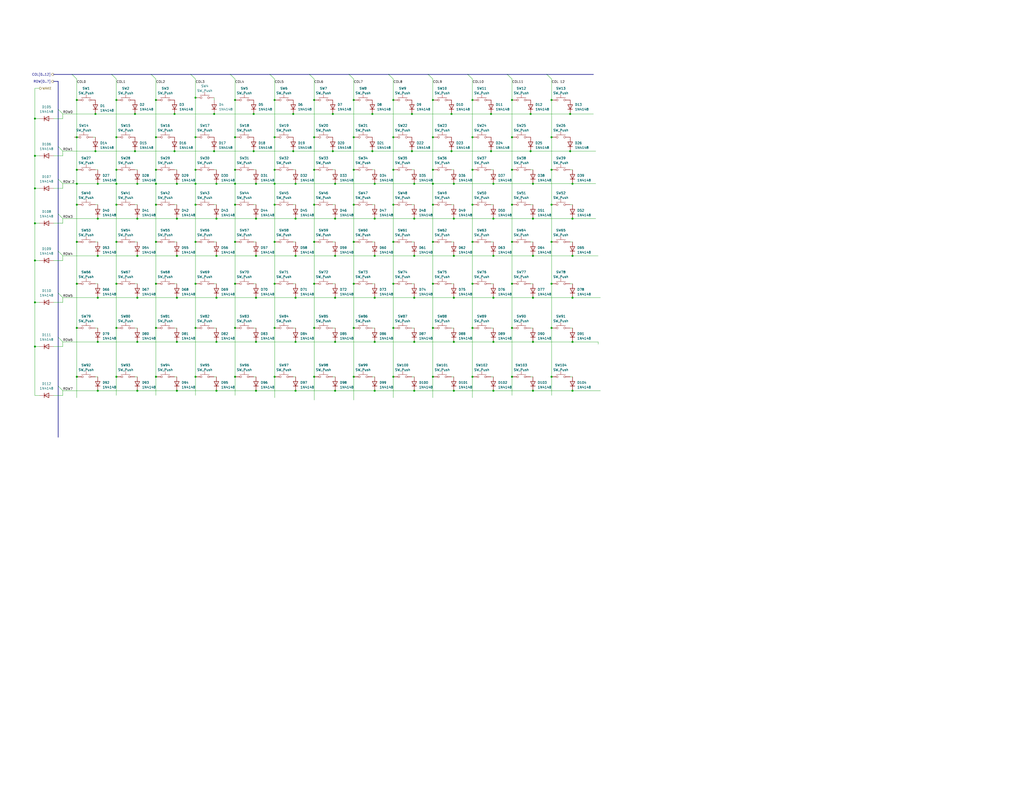
<source format=kicad_sch>
(kicad_sch (version 20230121) (generator eeschema)
  (paper "C")
  (junction (at 139.7 100.33))
  (junction (at 106.68 92.71))
  (junction (at 19.05 64.77))
  (junction (at 128.27 132.08))
  (junction (at 257.81 154.94))
  (junction (at 171.45 205.74))
  (junction (at 74.93 162.56))
  (junction (at 226.06 139.7))
  (junction (at 41.91 100.33))
  (junction (at 161.29 162.56))
  (junction (at 247.65 162.56))
  (junction (at 204.47 213.36))
  (junction (at 193.04 132.08))
  (junction (at 96.52 186.69))
  (junction (at 96.52 100.33))
  (junction (at 160.02 62.23))
  (junction (at 203.2 62.23))
  (junction (at 300.99 92.71))
  (junction (at 204.47 162.56))
  (junction (at 118.11 139.7))
  (junction (at 247.65 139.7))
  (junction (at 214.63 132.08))
  (junction (at 279.4 132.08))
  (junction (at 53.34 162.56))
  (junction (at 247.65 213.36))
  (junction (at 63.5 179.07))
  (junction (at 279.4 179.07))
  (junction (at 19.05 85.09))
  (junction (at 85.09 92.71))
  (junction (at 106.68 53.34))
  (junction (at 74.93 139.7))
  (junction (at 96.52 119.38))
  (junction (at 236.22 100.33))
  (junction (at 41.91 205.74))
  (junction (at 279.4 111.76))
  (junction (at 247.65 186.69))
  (junction (at 118.11 100.33))
  (junction (at 161.29 139.7))
  (junction (at 63.5 100.33))
  (junction (at 85.09 179.07))
  (junction (at 41.91 74.93))
  (junction (at 106.68 74.93))
  (junction (at 193.04 92.71))
  (junction (at 139.7 119.38))
  (junction (at 300.99 205.74))
  (junction (at 226.06 119.38))
  (junction (at 290.83 213.36))
  (junction (at 257.81 92.71))
  (junction (at 63.5 54.61))
  (junction (at 128.27 205.74))
  (junction (at 312.42 186.69))
  (junction (at 289.56 62.23))
  (junction (at 236.22 205.74))
  (junction (at 193.04 154.94))
  (junction (at 41.91 179.07))
  (junction (at 52.07 82.55))
  (junction (at 41.91 92.71))
  (junction (at 289.56 82.55))
  (junction (at 226.06 162.56))
  (junction (at 226.06 100.33))
  (junction (at 257.81 132.08))
  (junction (at 161.29 186.69))
  (junction (at 204.47 186.69))
  (junction (at 85.09 100.33))
  (junction (at 311.15 82.55))
  (junction (at 19.05 165.1))
  (junction (at 236.22 154.94))
  (junction (at 73.66 82.55))
  (junction (at 246.38 82.55))
  (junction (at 171.45 179.07))
  (junction (at 139.7 139.7))
  (junction (at 41.91 54.61))
  (junction (at 73.66 62.23))
  (junction (at 236.22 132.08))
  (junction (at 149.86 74.93))
  (junction (at 149.86 132.08))
  (junction (at 290.83 162.56))
  (junction (at 267.97 82.55))
  (junction (at 193.04 179.07))
  (junction (at 300.99 111.76))
  (junction (at 312.42 119.38))
  (junction (at 149.86 100.33))
  (junction (at 171.45 132.08))
  (junction (at 236.22 179.07))
  (junction (at 204.47 100.33))
  (junction (at 312.42 213.36))
  (junction (at 19.05 189.23))
  (junction (at 63.5 205.74))
  (junction (at 85.09 154.94))
  (junction (at 193.04 111.76))
  (junction (at 53.34 139.7))
  (junction (at 85.09 205.74))
  (junction (at 74.93 100.33))
  (junction (at 74.93 119.38))
  (junction (at 116.8801 62.23))
  (junction (at 85.09 132.08))
  (junction (at 247.65 100.33))
  (junction (at 193.04 54.61))
  (junction (at 269.24 119.38))
  (junction (at 41.91 111.76))
  (junction (at 182.88 186.69))
  (junction (at 311.15 62.23))
  (junction (at 269.24 186.69))
  (junction (at 279.4 92.71))
  (junction (at 279.4 205.74))
  (junction (at 106.68 179.07))
  (junction (at 226.06 213.36))
  (junction (at 257.81 54.61))
  (junction (at 95.25 82.55))
  (junction (at 96.52 139.7))
  (junction (at 214.63 179.07))
  (junction (at 193.04 205.74))
  (junction (at 171.45 111.76))
  (junction (at 290.83 100.33))
  (junction (at 269.24 162.56))
  (junction (at 149.86 111.76))
  (junction (at 63.5 111.76))
  (junction (at 149.86 154.94))
  (junction (at 63.5 74.93))
  (junction (at 63.5 92.71))
  (junction (at 171.45 54.61))
  (junction (at 226.06 186.69))
  (junction (at 138.43 62.23))
  (junction (at 182.88 213.36))
  (junction (at 171.45 92.71))
  (junction (at 257.81 179.07))
  (junction (at 312.42 162.56))
  (junction (at 312.42 139.7))
  (junction (at 171.45 74.93))
  (junction (at 96.52 162.56))
  (junction (at 139.7 162.56))
  (junction (at 312.42 100.33))
  (junction (at 85.09 54.61))
  (junction (at 267.97 62.23))
  (junction (at 118.11 119.38))
  (junction (at 139.7 186.69))
  (junction (at 106.68 100.33))
  (junction (at 181.61 82.55))
  (junction (at 214.63 111.76))
  (junction (at 106.68 154.94))
  (junction (at 52.07 62.23))
  (junction (at 19.05 102.87))
  (junction (at 182.88 139.7))
  (junction (at 279.4 74.93))
  (junction (at 53.34 213.36))
  (junction (at 171.45 154.94))
  (junction (at 193.04 74.93))
  (junction (at 236.22 54.61))
  (junction (at 279.4 54.61))
  (junction (at 236.22 111.76))
  (junction (at 85.09 74.93))
  (junction (at 246.38 62.23))
  (junction (at 116.84 82.55))
  (junction (at 182.88 100.33))
  (junction (at 53.34 100.33))
  (junction (at 269.24 139.7))
  (junction (at 74.93 213.36))
  (junction (at 203.2 82.55))
  (junction (at 300.99 132.08))
  (junction (at 118.11 162.56))
  (junction (at 118.11 213.36))
  (junction (at 74.93 186.69))
  (junction (at 257.81 74.93))
  (junction (at 128.27 74.93))
  (junction (at 128.27 179.07))
  (junction (at 128.27 154.94))
  (junction (at 214.63 54.61))
  (junction (at 269.24 213.36))
  (junction (at 300.99 74.93))
  (junction (at 149.86 205.74))
  (junction (at 290.83 119.38))
  (junction (at 269.24 100.33))
  (junction (at 182.88 119.38))
  (junction (at 236.22 74.93))
  (junction (at 139.7 213.36))
  (junction (at 247.65 119.38))
  (junction (at 41.91 132.08))
  (junction (at 149.86 92.71))
  (junction (at 236.22 92.71))
  (junction (at 128.27 100.33))
  (junction (at 161.29 213.36))
  (junction (at 257.81 111.76))
  (junction (at 214.63 74.93))
  (junction (at 118.11 186.69))
  (junction (at 214.63 92.71))
  (junction (at 149.86 179.07))
  (junction (at 182.88 162.56))
  (junction (at 161.29 100.33))
  (junction (at 19.05 121.92))
  (junction (at 290.83 139.7))
  (junction (at 63.5 154.94))
  (junction (at 41.91 154.94))
  (junction (at 204.47 139.7))
  (junction (at 53.34 119.38))
  (junction (at 95.25 62.23))
  (junction (at 214.63 205.74))
  (junction (at 128.27 92.71))
  (junction (at 160.02 82.55))
  (junction (at 300.99 179.07))
  (junction (at 106.68 132.08))
  (junction (at 224.79 82.55))
  (junction (at 63.5 132.08))
  (junction (at 290.83 186.69))
  (junction (at 181.61 62.23))
  (junction (at 300.99 54.61))
  (junction (at 149.86 54.61))
  (junction (at 257.81 205.74))
  (junction (at 204.47 119.38))
  (junction (at 19.05 142.24))
  (junction (at 53.34 186.69))
  (junction (at 85.09 111.76))
  (junction (at 224.79 62.23))
  (junction (at 138.43 82.55))
  (junction (at 128.27 54.61))
  (junction (at 106.68 111.76))
  (junction (at 300.99 154.94))
  (junction (at 161.29 119.38))
  (junction (at 106.68 205.74))
  (junction (at 214.63 154.94))
  (junction (at 96.52 213.36))
  (junction (at 128.27 111.76))
  (junction (at 279.4 154.94))
  (bus_entry (at 255.27 40.64) (size 2.54 2.54))
  (bus_entry (at 31.75 116.84) (size 2.54 2.54))
  (bus_entry (at 31.75 137.16) (size 2.54 2.54))
  (bus_entry (at 125.73 40.64) (size 2.54 2.54))
  (bus_entry (at 168.91 40.64) (size 2.54 2.54))
  (bus_entry (at 212.09 40.64) (size 2.54 2.54))
  (bus_entry (at 147.32 40.64) (size 2.54 2.54))
  (bus_entry (at 276.86 40.64) (size 2.54 2.54))
  (bus_entry (at 31.75 97.79) (size 2.54 2.54))
  (bus_entry (at 41.91 43.18) (size -2.54 -2.54))
  (bus_entry (at 63.5 43.18) (size -2.54 -2.54))
  (bus_entry (at 31.75 184.15) (size 2.54 2.54))
  (bus_entry (at 31.75 59.69) (size 2.54 2.54))
  (bus_entry (at 104.14 40.64) (size 2.54 2.54))
  (bus_entry (at 31.75 210.82) (size 2.54 2.54))
  (bus_entry (at 31.75 160.02) (size 2.54 2.54))
  (bus_entry (at 31.75 80.01) (size 2.54 2.54))
  (bus_entry (at 82.55 40.64) (size 2.54 2.54))
  (bus_entry (at 190.5 40.64) (size 2.54 2.54))
  (bus_entry (at 298.45 40.64) (size 2.54 2.54))
  (bus_entry (at 233.68 40.64) (size 2.54 2.54))
  (wire (pts (xy 128.27 100.33) (xy 128.27 111.76)))
  (wire (pts (xy 171.45 54.61) (xy 171.45 74.93)))
  (wire (pts (xy 139.7 139.7) (xy 161.29 139.7)))
  (wire (pts (xy 193.04 205.74) (xy 193.04 218.44)))
  (wire (pts (xy 149.86 100.33) (xy 149.86 111.76)))
  (wire (pts (xy 161.29 186.69) (xy 182.88 186.69)))
  (wire (pts (xy 128.27 205.74) (xy 128.27 215.9)))
  (wire (pts (xy 161.29 119.38) (xy 182.88 119.38)))
  (wire (pts (xy 29.21 165.1) (xy 34.29 165.1)))
  (wire (pts (xy 181.61 111.76) (xy 182.88 111.76)))
  (bus (pts (xy 60.96 40.64) (xy 82.55 40.64)))
  (wire (pts (xy 246.38 62.23) (xy 267.97 62.23)))
  (wire (pts (xy 279.4 43.18) (xy 279.4 54.61)))
  (wire (pts (xy 41.91 54.61) (xy 41.91 74.93)))
  (wire (pts (xy 236.22 100.33) (xy 226.06 100.33)))
  (wire (pts (xy 53.34 100.33) (xy 41.91 100.33)))
  (wire (pts (xy 116.84 111.76) (xy 118.11 111.76)))
  (wire (pts (xy 257.81 205.74) (xy 257.81 217.17)))
  (wire (pts (xy 73.66 92.71) (xy 74.93 92.71)))
  (wire (pts (xy 106.68 43.18) (xy 106.68 53.34)))
  (wire (pts (xy 236.22 92.71) (xy 236.22 100.33)))
  (wire (pts (xy 300.99 179.07) (xy 300.99 205.74)))
  (wire (pts (xy 214.63 132.08) (xy 214.63 154.94)))
  (wire (pts (xy 247.65 213.36) (xy 269.24 213.36)))
  (wire (pts (xy 41.91 74.93) (xy 41.91 92.71)))
  (wire (pts (xy 311.15 111.76) (xy 312.42 111.76)))
  (wire (pts (xy 40.64 74.93) (xy 41.91 74.93)))
  (wire (pts (xy 247.65 162.56) (xy 269.24 162.56)))
  (wire (pts (xy 236.22 54.61) (xy 236.22 74.93)))
  (wire (pts (xy 52.07 92.71) (xy 53.34 92.71)))
  (wire (pts (xy 29.21 64.77) (xy 34.29 64.77)))
  (wire (pts (xy 289.56 179.07) (xy 290.83 179.07)))
  (wire (pts (xy 138.43 111.76) (xy 139.7 111.76)))
  (bus (pts (xy 31.75 137.16) (xy 31.75 160.02)))
  (wire (pts (xy 63.5 111.76) (xy 63.5 132.08)))
  (wire (pts (xy 19.05 85.09) (xy 19.05 102.87)))
  (wire (pts (xy 73.66 111.76) (xy 74.93 111.76)))
  (wire (pts (xy 128.27 179.07) (xy 128.27 205.74)))
  (wire (pts (xy 214.63 92.71) (xy 214.63 111.76)))
  (bus (pts (xy 255.27 40.64) (xy 276.86 40.64)))
  (wire (pts (xy 106.68 111.76) (xy 106.68 132.08)))
  (bus (pts (xy 82.55 40.64) (xy 104.14 40.64)))
  (wire (pts (xy 160.02 82.55) (xy 181.61 82.55)))
  (wire (pts (xy 63.5 132.08) (xy 63.5 154.94)))
  (wire (pts (xy 63.5 43.18) (xy 63.5 54.61)))
  (wire (pts (xy 246.38 82.55) (xy 267.97 82.55)))
  (wire (pts (xy 193.04 43.18) (xy 193.04 54.61)))
  (wire (pts (xy 246.38 205.74) (xy 247.65 205.74)))
  (bus (pts (xy 31.75 59.69) (xy 31.75 80.01)))
  (wire (pts (xy 63.5 92.71) (xy 63.5 100.33)))
  (wire (pts (xy 181.61 205.74) (xy 182.88 205.74)))
  (wire (pts (xy 95.25 92.71) (xy 96.52 92.71)))
  (wire (pts (xy 138.43 132.08) (xy 139.7 132.08)))
  (wire (pts (xy 34.29 119.38) (xy 53.34 119.38)))
  (wire (pts (xy 138.43 205.74) (xy 139.7 205.74)))
  (wire (pts (xy 226.06 119.38) (xy 247.65 119.38)))
  (wire (pts (xy 193.04 154.94) (xy 193.04 179.07)))
  (wire (pts (xy 214.63 74.93) (xy 214.63 92.71)))
  (wire (pts (xy 139.7 162.56) (xy 161.29 162.56)))
  (wire (pts (xy 300.99 43.18) (xy 300.99 54.61)))
  (wire (pts (xy 269.24 139.7) (xy 290.83 139.7)))
  (wire (pts (xy 63.5 100.33) (xy 63.5 111.76)))
  (wire (pts (xy 279.4 92.71) (xy 279.4 111.76)))
  (wire (pts (xy 34.29 100.33) (xy 34.29 102.87)))
  (wire (pts (xy 311.15 62.23) (xy 323.85 62.23)))
  (wire (pts (xy 311.15 92.71) (xy 312.42 92.71)))
  (wire (pts (xy 246.38 92.71) (xy 247.65 92.71)))
  (wire (pts (xy 116.84 82.55) (xy 138.43 82.55)))
  (wire (pts (xy 73.66 62.23) (xy 95.25 62.23)))
  (wire (pts (xy 182.88 119.38) (xy 204.47 119.38)))
  (wire (pts (xy 203.2 82.55) (xy 224.79 82.55)))
  (wire (pts (xy 236.22 154.94) (xy 236.22 179.07)))
  (wire (pts (xy 311.15 179.07) (xy 312.42 179.07)))
  (wire (pts (xy 226.06 139.7) (xy 247.65 139.7)))
  (wire (pts (xy 116.84 205.74) (xy 118.11 205.74)))
  (wire (pts (xy 19.05 48.26) (xy 19.05 64.77)))
  (wire (pts (xy 85.09 74.93) (xy 85.09 92.71)))
  (wire (pts (xy 312.42 186.69) (xy 326.39 186.69)))
  (wire (pts (xy 139.7 213.36) (xy 161.29 213.36)))
  (wire (pts (xy 96.52 119.38) (xy 118.11 119.38)))
  (wire (pts (xy 224.79 92.71) (xy 226.06 92.71)))
  (wire (pts (xy 34.29 139.7) (xy 53.34 139.7)))
  (wire (pts (xy 21.59 48.26) (xy 19.05 48.26)))
  (wire (pts (xy 19.05 64.77) (xy 19.05 85.09)))
  (wire (pts (xy 171.45 132.08) (xy 171.45 154.94)))
  (bus (pts (xy 298.45 40.64) (xy 323.85 40.64)))
  (wire (pts (xy 290.83 213.36) (xy 312.42 213.36)))
  (wire (pts (xy 300.99 92.71) (xy 300.99 111.76)))
  (bus (pts (xy 104.14 40.64) (xy 125.73 40.64)))
  (wire (pts (xy 41.91 100.33) (xy 41.91 111.76)))
  (wire (pts (xy 300.99 132.08) (xy 300.99 154.94)))
  (wire (pts (xy 300.99 154.94) (xy 300.99 179.07)))
  (wire (pts (xy 203.2 111.76) (xy 204.47 111.76)))
  (wire (pts (xy 52.07 132.08) (xy 53.34 132.08)))
  (wire (pts (xy 149.86 43.18) (xy 149.86 54.61)))
  (bus (pts (xy 31.75 210.82) (xy 31.75 238.76)))
  (wire (pts (xy 269.24 100.33) (xy 290.83 100.33)))
  (wire (pts (xy 224.79 82.55) (xy 246.38 82.55)))
  (wire (pts (xy 267.97 179.07) (xy 269.24 179.07)))
  (wire (pts (xy 279.4 205.74) (xy 279.4 215.9)))
  (bus (pts (xy 190.5 40.64) (xy 212.09 40.64)))
  (wire (pts (xy 193.04 111.76) (xy 193.04 132.08)))
  (wire (pts (xy 53.34 213.36) (xy 74.93 213.36)))
  (wire (pts (xy 85.09 54.61) (xy 85.09 74.93)))
  (wire (pts (xy 224.79 179.07) (xy 226.06 179.07)))
  (wire (pts (xy 34.29 162.56) (xy 53.34 162.56)))
  (wire (pts (xy 34.29 213.36) (xy 34.29 215.9)))
  (wire (pts (xy 290.83 162.56) (xy 312.42 162.56)))
  (wire (pts (xy 41.91 132.08) (xy 41.91 154.94)))
  (wire (pts (xy 289.56 205.74) (xy 290.83 205.74)))
  (wire (pts (xy 161.29 213.36) (xy 182.88 213.36)))
  (wire (pts (xy 257.81 111.76) (xy 257.81 132.08)))
  (bus (pts (xy 31.75 116.84) (xy 31.75 137.16)))
  (wire (pts (xy 181.61 62.23) (xy 203.2 62.23)))
  (wire (pts (xy 182.88 213.36) (xy 204.47 213.36)))
  (wire (pts (xy 95.25 82.55) (xy 116.84 82.55)))
  (wire (pts (xy 257.81 179.07) (xy 257.81 205.74)))
  (wire (pts (xy 19.05 189.23) (xy 19.05 215.9)))
  (wire (pts (xy 138.43 154.94) (xy 139.7 154.94)))
  (wire (pts (xy 96.52 213.36) (xy 118.11 213.36)))
  (wire (pts (xy 19.05 165.1) (xy 21.59 165.1)))
  (wire (pts (xy 106.68 74.93) (xy 106.68 92.71)))
  (wire (pts (xy 34.29 186.69) (xy 53.34 186.69)))
  (wire (pts (xy 236.22 132.08) (xy 236.22 154.94)))
  (wire (pts (xy 149.86 132.08) (xy 149.86 154.94)))
  (wire (pts (xy 204.47 213.36) (xy 226.06 213.36)))
  (wire (pts (xy 74.93 119.38) (xy 96.52 119.38)))
  (wire (pts (xy 312.42 139.7) (xy 326.39 139.7)))
  (wire (pts (xy 74.93 213.36) (xy 96.52 213.36)))
  (wire (pts (xy 203.2 154.94) (xy 204.47 154.94)))
  (wire (pts (xy 19.05 142.24) (xy 21.59 142.24)))
  (wire (pts (xy 34.29 162.56) (xy 34.29 165.1)))
  (wire (pts (xy 139.7 119.38) (xy 161.29 119.38)))
  (wire (pts (xy 95.25 62.23) (xy 116.8801 62.23)))
  (wire (pts (xy 181.61 92.71) (xy 182.88 92.71)))
  (wire (pts (xy 181.61 132.08) (xy 182.88 132.08)))
  (wire (pts (xy 290.83 100.33) (xy 312.42 100.33)))
  (wire (pts (xy 41.91 92.71) (xy 41.91 100.33)))
  (wire (pts (xy 236.22 43.18) (xy 236.22 54.61)))
  (wire (pts (xy 181.61 154.94) (xy 182.88 154.94)))
  (wire (pts (xy 118.11 100.33) (xy 106.68 100.33)))
  (wire (pts (xy 279.4 111.76) (xy 279.4 132.08)))
  (wire (pts (xy 257.81 54.61) (xy 257.81 74.93)))
  (wire (pts (xy 312.42 119.38) (xy 325.12 119.38)))
  (wire (pts (xy 118.11 139.7) (xy 139.7 139.7)))
  (wire (pts (xy 85.09 205.74) (xy 85.09 215.9)))
  (wire (pts (xy 289.56 111.76) (xy 290.83 111.76)))
  (bus (pts (xy 31.75 160.02) (xy 31.75 184.15)))
  (wire (pts (xy 204.47 186.69) (xy 226.06 186.69)))
  (wire (pts (xy 95.25 154.94) (xy 96.52 154.94)))
  (bus (pts (xy 31.75 184.15) (xy 31.75 210.82)))
  (wire (pts (xy 34.29 213.36) (xy 53.34 213.36)))
  (wire (pts (xy 128.27 111.76) (xy 128.27 132.08)))
  (wire (pts (xy 246.38 154.94) (xy 247.65 154.94)))
  (wire (pts (xy 19.05 102.87) (xy 19.05 121.92)))
  (wire (pts (xy 149.86 100.33) (xy 139.7 100.33)))
  (wire (pts (xy 224.79 154.94) (xy 226.06 154.94)))
  (wire (pts (xy 267.97 82.55) (xy 289.56 82.55)))
  (wire (pts (xy 226.06 100.33) (xy 204.47 100.33)))
  (wire (pts (xy 95.25 205.74) (xy 96.52 205.74)))
  (wire (pts (xy 171.45 111.76) (xy 171.45 132.08)))
  (wire (pts (xy 34.29 62.23) (xy 52.07 62.23)))
  (wire (pts (xy 311.15 82.55) (xy 325.12 82.55)))
  (wire (pts (xy 289.56 62.23) (xy 311.15 62.23)))
  (wire (pts (xy 269.24 162.56) (xy 290.83 162.56)))
  (wire (pts (xy 29.21 121.92) (xy 34.29 121.92)))
  (wire (pts (xy 85.09 100.33) (xy 85.09 111.76)))
  (wire (pts (xy 74.93 186.69) (xy 96.52 186.69)))
  (wire (pts (xy 236.22 179.07) (xy 236.22 205.74)))
  (wire (pts (xy 279.4 179.07) (xy 279.4 205.74)))
  (wire (pts (xy 19.05 215.9) (xy 21.59 215.9)))
  (wire (pts (xy 53.34 139.7) (xy 74.93 139.7)))
  (wire (pts (xy 247.65 100.33) (xy 269.24 100.33)))
  (wire (pts (xy 257.81 74.93) (xy 257.81 92.71)))
  (wire (pts (xy 116.84 92.71) (xy 118.11 92.71)))
  (wire (pts (xy 247.65 119.38) (xy 269.24 119.38)))
  (wire (pts (xy 204.47 139.7) (xy 226.06 139.7)))
  (bus (pts (xy 31.75 44.45) (xy 31.75 59.69)))
  (wire (pts (xy 300.99 205.74) (xy 300.99 215.9)))
  (wire (pts (xy 106.68 154.94) (xy 106.68 179.07)))
  (wire (pts (xy 128.27 154.94) (xy 128.27 179.07)))
  (wire (pts (xy 34.29 82.55) (xy 52.07 82.55)))
  (wire (pts (xy 85.09 43.18) (xy 85.09 54.61)))
  (bus (pts (xy 39.37 40.64) (xy 60.96 40.64)))
  (wire (pts (xy 236.22 74.93) (xy 236.22 92.71)))
  (wire (pts (xy 311.15 205.74) (xy 312.42 205.74)))
  (wire (pts (xy 226.06 186.69) (xy 247.65 186.69)))
  (wire (pts (xy 85.09 179.07) (xy 85.09 205.74)))
  (wire (pts (xy 182.88 162.56) (xy 204.47 162.56)))
  (wire (pts (xy 128.27 100.33) (xy 118.11 100.33)))
  (bus (pts (xy 31.75 97.79) (xy 31.75 116.84)))
  (wire (pts (xy 128.27 54.61) (xy 128.27 74.93)))
  (wire (pts (xy 29.21 102.87) (xy 34.29 102.87)))
  (wire (pts (xy 160.02 92.71) (xy 161.29 92.71)))
  (wire (pts (xy 269.24 213.36) (xy 290.83 213.36)))
  (wire (pts (xy 247.65 186.69) (xy 269.24 186.69)))
  (wire (pts (xy 106.68 132.08) (xy 106.68 154.94)))
  (wire (pts (xy 139.7 100.33) (xy 128.27 100.33)))
  (wire (pts (xy 41.91 100.33) (xy 34.29 100.33)))
  (wire (pts (xy 269.24 186.69) (xy 290.83 186.69)))
  (bus (pts (xy 29.21 44.45) (xy 31.75 44.45)))
  (wire (pts (xy 149.86 111.76) (xy 149.86 132.08)))
  (wire (pts (xy 128.27 132.08) (xy 128.27 154.94)))
  (wire (pts (xy 279.4 132.08) (xy 279.4 154.94)))
  (wire (pts (xy 74.93 100.33) (xy 63.5 100.33)))
  (wire (pts (xy 300.99 111.76) (xy 300.99 132.08)))
  (wire (pts (xy 53.34 119.38) (xy 74.93 119.38)))
  (wire (pts (xy 236.22 205.74) (xy 236.22 217.17)))
  (wire (pts (xy 257.81 132.08) (xy 257.81 154.94)))
  (wire (pts (xy 267.97 154.94) (xy 269.24 154.94)))
  (wire (pts (xy 236.22 111.76) (xy 236.22 132.08)))
  (wire (pts (xy 74.93 139.7) (xy 96.52 139.7)))
  (wire (pts (xy 29.21 85.09) (xy 34.29 85.09)))
  (wire (pts (xy 106.68 100.33) (xy 96.52 100.33)))
  (wire (pts (xy 203.2 205.74) (xy 204.47 205.74)))
  (wire (pts (xy 182.88 139.7) (xy 204.47 139.7)))
  (wire (pts (xy 41.91 179.07) (xy 41.91 205.74)))
  (wire (pts (xy 95.25 111.76) (xy 96.52 111.76)))
  (wire (pts (xy 193.04 54.61) (xy 193.04 74.93)))
  (wire (pts (xy 41.91 43.18) (xy 41.91 54.61)))
  (wire (pts (xy 34.29 186.69) (xy 34.29 189.23)))
  (wire (pts (xy 116.84 154.94) (xy 118.11 154.94)))
  (wire (pts (xy 171.45 205.74) (xy 171.45 218.44)))
  (wire (pts (xy 139.7 186.69) (xy 161.29 186.69)))
  (wire (pts (xy 52.07 62.23) (xy 73.66 62.23)))
  (wire (pts (xy 149.86 205.74) (xy 149.86 217.17)))
  (wire (pts (xy 290.83 186.69) (xy 312.42 186.69)))
  (wire (pts (xy 279.4 74.93) (xy 279.4 92.71)))
  (wire (pts (xy 193.04 92.71) (xy 193.04 111.76)))
  (wire (pts (xy 161.29 100.33) (xy 149.86 100.33)))
  (wire (pts (xy 116.84 54.61) (xy 116.8801 54.61)))
  (wire (pts (xy 182.88 186.69) (xy 204.47 186.69)))
  (wire (pts (xy 203.2 132.08) (xy 204.47 132.08)))
  (wire (pts (xy 19.05 165.1) (xy 19.05 189.23)))
  (wire (pts (xy 85.09 132.08) (xy 85.09 154.94)))
  (wire (pts (xy 19.05 189.23) (xy 21.59 189.23)))
  (wire (pts (xy 29.21 189.23) (xy 34.29 189.23)))
  (wire (pts (xy 171.45 74.93) (xy 171.45 92.71)))
  (wire (pts (xy 311.15 154.94) (xy 312.42 154.94)))
  (wire (pts (xy 128.27 92.71) (xy 128.27 100.33)))
  (wire (pts (xy 116.84 179.07) (xy 118.11 179.07)))
  (wire (pts (xy 52.07 205.74) (xy 53.34 205.74)))
  (wire (pts (xy 63.5 154.94) (xy 63.5 179.07)))
  (wire (pts (xy 149.86 179.07) (xy 149.86 205.74)))
  (wire (pts (xy 214.63 111.76) (xy 214.63 132.08)))
  (wire (pts (xy 85.09 111.76) (xy 85.09 132.08)))
  (wire (pts (xy 214.63 205.74) (xy 214.63 217.17)))
  (wire (pts (xy 116.84 53.34) (xy 116.84 54.61)))
  (wire (pts (xy 214.63 154.94) (xy 214.63 179.07)))
  (wire (pts (xy 73.66 132.08) (xy 74.93 132.08)))
  (wire (pts (xy 326.39 186.69) (xy 326.39 187.96)))
  (wire (pts (xy 193.04 132.08) (xy 193.04 154.94)))
  (wire (pts (xy 63.5 205.74) (xy 63.5 215.9)))
  (wire (pts (xy 193.04 74.93) (xy 193.04 92.71)))
  (wire (pts (xy 267.97 92.71) (xy 269.24 92.71)))
  (wire (pts (xy 138.43 82.55) (xy 160.02 82.55)))
  (wire (pts (xy 224.79 205.74) (xy 226.06 205.74)))
  (wire (pts (xy 34.29 139.7) (xy 34.29 142.24)))
  (wire (pts (xy 161.29 139.7) (xy 182.88 139.7)))
  (wire (pts (xy 246.38 111.76) (xy 247.65 111.76)))
  (wire (pts (xy 118.11 162.56) (xy 139.7 162.56)))
  (wire (pts (xy 149.86 92.71) (xy 149.86 100.33)))
  (wire (pts (xy 267.97 62.23) (xy 289.56 62.23)))
  (wire (pts (xy 118.11 186.69) (xy 139.7 186.69)))
  (wire (pts (xy 41.91 205.74) (xy 41.91 217.17)))
  (wire (pts (xy 160.02 154.94) (xy 161.29 154.94)))
  (wire (pts (xy 85.09 154.94) (xy 85.09 179.07)))
  (wire (pts (xy 149.86 54.61) (xy 149.86 74.93)))
  (wire (pts (xy 50.8 74.93) (xy 52.07 74.93)))
  (wire (pts (xy 289.56 92.71) (xy 290.83 92.71)))
  (wire (pts (xy 246.38 179.07) (xy 247.65 179.07)))
  (wire (pts (xy 214.63 179.07) (xy 214.63 205.74)))
  (wire (pts (xy 204.47 162.56) (xy 226.06 162.56)))
  (wire (pts (xy 203.2 179.07) (xy 204.47 179.07)))
  (wire (pts (xy 289.56 154.94) (xy 290.83 154.94)))
  (wire (pts (xy 106.68 53.34) (xy 106.68 74.93)))
  (wire (pts (xy 118.11 119.38) (xy 139.7 119.38)))
  (wire (pts (xy 73.66 82.55) (xy 95.25 82.55)))
  (wire (pts (xy 63.5 54.61) (xy 63.5 74.93)))
  (wire (pts (xy 19.05 121.92) (xy 21.59 121.92)))
  (wire (pts (xy 226.06 162.56) (xy 247.65 162.56)))
  (bus (pts (xy 233.68 40.64) (xy 255.27 40.64)))
  (wire (pts (xy 171.45 92.71) (xy 171.45 111.76)))
  (wire (pts (xy 224.79 111.76) (xy 226.06 111.76)))
  (wire (pts (xy 95.25 179.07) (xy 96.52 179.07)))
  (wire (pts (xy 257.81 92.71) (xy 257.81 111.76)))
  (wire (pts (xy 96.52 186.69) (xy 118.11 186.69)))
  (wire (pts (xy 34.29 82.55) (xy 34.29 85.09)))
  (wire (pts (xy 181.61 179.07) (xy 182.88 179.07)))
  (wire (pts (xy 312.42 162.56) (xy 327.66 162.56)))
  (wire (pts (xy 116.8801 62.23) (xy 138.43 62.23)))
  (bus (pts (xy 125.73 40.64) (xy 147.32 40.64)))
  (wire (pts (xy 203.2 62.23) (xy 224.79 62.23)))
  (wire (pts (xy 290.83 139.7) (xy 312.42 139.7)))
  (wire (pts (xy 149.86 154.94) (xy 149.86 179.07)))
  (wire (pts (xy 279.4 54.61) (xy 279.4 74.93)))
  (wire (pts (xy 52.07 111.76) (xy 53.34 111.76)))
  (wire (pts (xy 257.81 43.18) (xy 257.81 54.61)))
  (wire (pts (xy 19.05 121.92) (xy 19.05 142.24)))
  (wire (pts (xy 53.34 162.56) (xy 74.93 162.56)))
  (wire (pts (xy 171.45 179.07) (xy 171.45 205.74)))
  (wire (pts (xy 279.4 154.94) (xy 279.4 179.07)))
  (wire (pts (xy 312.42 213.36) (xy 327.66 213.36)))
  (wire (pts (xy 171.45 43.18) (xy 171.45 54.61)))
  (wire (pts (xy 74.93 162.56) (xy 96.52 162.56)))
  (wire (pts (xy 96.52 139.7) (xy 118.11 139.7)))
  (wire (pts (xy 204.47 100.33) (xy 182.88 100.33)))
  (wire (pts (xy 267.97 132.08) (xy 269.24 132.08)))
  (wire (pts (xy 106.68 92.71) (xy 106.68 100.33)))
  (wire (pts (xy 96.52 162.56) (xy 118.11 162.56)))
  (wire (pts (xy 267.97 111.76) (xy 269.24 111.76)))
  (bus (pts (xy 147.32 40.64) (xy 168.91 40.64)))
  (wire (pts (xy 247.65 139.7) (xy 269.24 139.7)))
  (wire (pts (xy 19.05 142.24) (xy 19.05 165.1)))
  (wire (pts (xy 138.43 179.07) (xy 139.7 179.07)))
  (wire (pts (xy 289.56 82.55) (xy 311.15 82.55)))
  (wire (pts (xy 160.02 111.76) (xy 161.29 111.76)))
  (bus (pts (xy 168.91 40.64) (xy 190.5 40.64)))
  (wire (pts (xy 300.99 74.93) (xy 300.99 92.71)))
  (wire (pts (xy 29.21 142.24) (xy 34.29 142.24)))
  (wire (pts (xy 300.99 54.61) (xy 300.99 74.93)))
  (wire (pts (xy 85.09 100.33) (xy 74.93 100.33)))
  (wire (pts (xy 236.22 100.33) (xy 236.22 111.76)))
  (wire (pts (xy 73.66 154.94) (xy 74.93 154.94)))
  (wire (pts (xy 106.68 205.74) (xy 106.68 215.9)))
  (wire (pts (xy 269.24 119.38) (xy 290.83 119.38)))
  (wire (pts (xy 224.79 132.08) (xy 226.06 132.08)))
  (wire (pts (xy 312.42 100.33) (xy 325.12 100.33)))
  (wire (pts (xy 19.05 85.09) (xy 21.59 85.09)))
  (wire (pts (xy 203.2 92.71) (xy 204.47 92.71)))
  (wire (pts (xy 41.91 154.94) (xy 41.91 179.07)))
  (wire (pts (xy 181.61 82.55) (xy 203.2 82.55)))
  (wire (pts (xy 52.07 154.94) (xy 53.34 154.94)))
  (wire (pts (xy 267.97 205.74) (xy 269.24 205.74)))
  (wire (pts (xy 149.86 74.93) (xy 149.86 92.71)))
  (wire (pts (xy 41.91 111.76) (xy 41.91 132.08)))
  (wire (pts (xy 85.09 92.71) (xy 85.09 100.33)))
  (wire (pts (xy 63.5 74.93) (xy 63.5 92.71)))
  (bus (pts (xy 31.75 80.01) (xy 31.75 97.79)))
  (wire (pts (xy 236.22 100.33) (xy 247.65 100.33)))
  (wire (pts (xy 138.43 62.23) (xy 160.02 62.23)))
  (wire (pts (xy 290.83 119.38) (xy 312.42 119.38)))
  (wire (pts (xy 128.27 74.93) (xy 128.27 92.71)))
  (wire (pts (xy 19.05 102.87) (xy 21.59 102.87)))
  (wire (pts (xy 34.29 119.38) (xy 34.29 121.92)))
  (wire (pts (xy 246.38 132.08) (xy 247.65 132.08)))
  (wire (pts (xy 63.5 179.07) (xy 63.5 205.74)))
  (wire (pts (xy 171.45 154.94) (xy 171.45 179.07)))
  (wire (pts (xy 182.88 100.33) (xy 161.29 100.33)))
  (bus (pts (xy 29.21 40.64) (xy 39.37 40.64)))
  (wire (pts (xy 73.66 179.07) (xy 74.93 179.07)))
  (wire (pts (xy 116.84 132.08) (xy 118.11 132.08)))
  (wire (pts (xy 106.68 100.33) (xy 106.68 111.76)))
  (wire (pts (xy 160.02 62.23) (xy 181.61 62.23)))
  (wire (pts (xy 52.07 179.07) (xy 53.34 179.07)))
  (wire (pts (xy 34.29 64.77) (xy 34.29 62.23)))
  (wire (pts (xy 29.21 215.9) (xy 34.29 215.9)))
  (wire (pts (xy 53.34 186.69) (xy 74.93 186.69)))
  (wire (pts (xy 160.02 179.07) (xy 161.29 179.07)))
  (bus (pts (xy 212.09 40.64) (xy 233.68 40.64)))
  (wire (pts (xy 193.04 179.07) (xy 193.04 205.74)))
  (wire (pts (xy 311.15 132.08) (xy 312.42 132.08)))
  (wire (pts (xy 96.52 100.33) (xy 85.09 100.33)))
  (wire (pts (xy 214.63 43.18) (xy 214.63 54.61)))
  (wire (pts (xy 95.25 132.08) (xy 96.52 132.08)))
  (wire (pts (xy 128.27 43.18) (xy 128.27 54.61)))
  (wire (pts (xy 160.02 132.08) (xy 161.29 132.08)))
  (wire (pts (xy 63.5 100.33) (xy 53.34 100.33)))
  (wire (pts (xy 160.02 205.74) (xy 161.29 205.74)))
  (bus (pts (xy 276.86 40.64) (xy 298.45 40.64)))
  (wire (pts (xy 257.81 154.94) (xy 257.81 179.07)))
  (wire (pts (xy 214.63 54.61) (xy 214.63 74.93)))
  (wire (pts (xy 19.05 64.77) (xy 21.59 64.77)))
  (wire (pts (xy 161.29 162.56) (xy 182.88 162.56)))
  (wire (pts (xy 204.47 119.38) (xy 226.06 119.38)))
  (wire (pts (xy 289.56 132.08) (xy 290.83 132.08)))
  (wire (pts (xy 106.68 179.07) (xy 106.68 205.74)))
  (wire (pts (xy 224.79 62.23) (xy 246.38 62.23)))
  (wire (pts (xy 73.66 205.74) (xy 74.93 205.74)))
  (wire (pts (xy 138.43 92.71) (xy 139.7 92.71)))
  (wire (pts (xy 52.07 82.55) (xy 73.66 82.55)))
  (wire (pts (xy 118.11 213.36) (xy 139.7 213.36)))
  (wire (pts (xy 226.06 213.36) (xy 247.65 213.36)))
  (label "COL6" (at 171.45 45.72 0))
  (label "ROW4" (at 34.29 139.7 0))
  (label "COL0" (at 41.91 45.72 0))
  (label "COL9" (at 236.22 45.72 0))
  (label "ROW7" (at 34.29 213.36 0))
  (label "COL7" (at 193.04 45.72 0))
  (label "ROW5" (at 34.29 162.56 0))
  (label "ROW6" (at 34.29 186.69 0))
  (label "COL4" (at 128.27 45.72 0))
  (label "ROW1" (at 34.29 82.55 0))
  (label "ROW0" (at 34.29 62.23 0))
  (label "COL1" (at 63.5 45.72 0))
  (label "ROW 2" (at 34.29 100.33 0))
  (label "COL11" (at 279.4 45.72 0))
  (label "COL10" (at 257.81 45.72 0))
  (label "COL2" (at 85.09 45.72 0))
  (label "COL8" (at 214.63 45.72 0))
  (label "COL 12" (at 300.99 45.72 0))
  (label "COL5" (at 149.86 45.72 0))
  (label "ROW3" (at 34.29 119.38 0))
  (label "COL3" (at 106.68 45.72 0))
  (hierarchical_label "ROW[0..7]" (shape output) (at 29.21 44.45 180))
  (hierarchical_label "WAKE" (shape output) (at 21.59 48.26 0))
  (hierarchical_label "COL[0..12]" (shape output) (at 29.21 40.64 180))
  (symbol (lib_id "Switch:SW_Push") (at 219.71 154.94 0) (unit 1)
    (property "Reference" "SW74" (at 219.71 148.59 0))
    (property "Value" "SW_Push" (at 219.71 151.13 0))
  )
  (symbol (lib_id "Switch:SW_Push") (at 262.89 205.74 0) (unit 1)
    (property "Reference" "SW102" (at 262.89 199.39 0))
    (property "Value" "SW_Push" (at 262.89 201.93 0))
  )
  (symbol (lib_id "Switch:SW_Push") (at 133.35 111.76 0) (unit 1)
    (property "Reference" "SW44" (at 133.35 105.41 0))
    (property "Value" "SW_Push" (at 133.35 107.95 0))
  )
  (symbol (lib_id "Diode:1N4148") (at 161.29 182.88 90) (unit 1)
    (property "Reference" "D84" (at 163.83 182.245 90) (effects (justify right)))
    (property "Value" "1N4148" (at 163.83 184.785 90) (effects (justify right)))
    (property "Footprint" "Diode_THT:D_DO-35_SOD27_P7.62mm_Horizontal" (effects hide))
    (property "Datasheet" "https://assets.nexperia.com/documents/data-sheet/1N4148_1N4448.pdf" (effects hide))
    (property "Sim.Device" "D" (effects hide))
    (property "Sim.Pins" "1=K 2=A" (effects hide))
  )
  (symbol (lib_id "Diode:1N4148") (at 161.29 96.52 90) (unit 1)
    (property "Reference" "D32" (at 163.83 95.885 90) (effects (justify right)))
    (property "Value" "1N4148" (at 163.83 98.425 90) (effects (justify right)))
    (property "Footprint" "Diode_THT:D_DO-35_SOD27_P7.62mm_Horizontal" (effects hide))
    (property "Datasheet" "https://assets.nexperia.com/documents/data-sheet/1N4148_1N4448.pdf" (effects hide))
    (property "Sim.Device" "D" (effects hide))
    (property "Sim.Pins" "1=K 2=A" (effects hide))
  )
  (symbol (lib_id "Switch:SW_Push") (at 176.53 74.93 0) (unit 1)
    (property "Reference" "SW20" (at 176.53 68.58 0))
    (property "Value" "SW_Push" (at 176.53 71.12 0))
  )
  (symbol (lib_id "Diode:1N4148") (at 118.11 158.75 90) (unit 1)
    (property "Reference" "D69" (at 120.65 158.115 90) (effects (justify right)))
    (property "Value" "1N4148" (at 120.65 160.655 90) (effects (justify right)))
    (property "Footprint" "Diode_THT:D_DO-35_SOD27_P7.62mm_Horizontal" (effects hide))
    (property "Datasheet" "https://assets.nexperia.com/documents/data-sheet/1N4148_1N4448.pdf" (effects hide))
    (property "Sim.Device" "D" (effects hide))
    (property "Sim.Pins" "1=K 2=A" (effects hide))
  )
  (symbol (lib_id "Switch:SW_Push") (at 111.76 205.74 0) (unit 1)
    (property "Reference" "SW95" (at 111.76 199.39 0))
    (property "Value" "SW_Push" (at 111.76 201.93 0))
  )
  (symbol (lib_id "Switch:SW_Push") (at 46.99 54.61 0) (unit 1)
    (property "Reference" "SW1" (at 46.99 48.26 0))
    (property "Value" "SW_Push" (at 46.99 50.8 0))
  )
  (symbol (lib_id "Switch:SW_Push") (at 111.76 74.93 0) (unit 1)
    (property "Reference" "SW17" (at 111.76 68.58 0))
    (property "Value" "SW_Push" (at 111.76 71.12 0))
  )
  (symbol (lib_id "Diode:1N4148") (at 269.24 158.75 90) (unit 1)
    (property "Reference" "D76" (at 271.78 158.115 90) (effects (justify right)))
    (property "Value" "1N4148" (at 271.78 160.655 90) (effects (justify right)))
    (property "Footprint" "Diode_THT:D_DO-35_SOD27_P7.62mm_Horizontal" (effects hide))
    (property "Datasheet" "https://assets.nexperia.com/documents/data-sheet/1N4148_1N4448.pdf" (effects hide))
    (property "Sim.Device" "D" (effects hide))
    (property "Sim.Pins" "1=K 2=A" (effects hide))
  )
  (symbol (lib_id "Switch:SW_Push") (at 219.71 111.76 0) (unit 1)
    (property "Reference" "SW48" (at 219.71 105.41 0))
    (property "Value" "SW_Push" (at 219.71 107.95 0))
  )
  (symbol (lib_id "Diode:1N4148") (at 139.7 182.88 90) (unit 1)
    (property "Reference" "D83" (at 142.24 182.245 90) (effects (justify right)))
    (property "Value" "1N4148" (at 142.24 184.785 90) (effects (justify right)))
    (property "Footprint" "Diode_THT:D_DO-35_SOD27_P7.62mm_Horizontal" (effects hide))
    (property "Datasheet" "https://assets.nexperia.com/documents/data-sheet/1N4148_1N4448.pdf" (effects hide))
    (property "Sim.Device" "D" (effects hide))
    (property "Sim.Pins" "1=K 2=A" (effects hide))
  )
  (symbol (lib_id "Diode:1N4148") (at 204.47 182.88 90) (unit 1)
    (property "Reference" "D86" (at 207.01 182.245 90) (effects (justify right)))
    (property "Value" "1N4148" (at 207.01 184.785 90) (effects (justify right)))
    (property "Footprint" "Diode_THT:D_DO-35_SOD27_P7.62mm_Horizontal" (effects hide))
    (property "Datasheet" "https://assets.nexperia.com/documents/data-sheet/1N4148_1N4448.pdf" (effects hide))
    (property "Sim.Device" "D" (effects hide))
    (property "Sim.Pins" "1=K 2=A" (effects hide))
  )
  (symbol (lib_id "Switch:SW_Push") (at 90.17 179.07 0) (unit 1)
    (property "Reference" "SW81" (at 90.17 172.72 0))
    (property "Value" "SW_Push" (at 90.17 175.26 0))
  )
  (symbol (lib_id "Diode:1N4148") (at 53.34 158.75 90) (unit 1)
    (property "Reference" "D66" (at 55.88 158.115 90) (effects (justify right)))
    (property "Value" "1N4148" (at 55.88 160.655 90) (effects (justify right)))
    (property "Footprint" "Diode_THT:D_DO-35_SOD27_P7.62mm_Horizontal" (effects hide))
    (property "Datasheet" "https://assets.nexperia.com/documents/data-sheet/1N4148_1N4448.pdf" (effects hide))
    (property "Sim.Device" "D" (effects hide))
    (property "Sim.Pins" "1=K 2=A" (effects hide))
  )
  (symbol (lib_id "Switch:SW_Push") (at 68.58 74.93 0) (unit 1)
    (property "Reference" "SW15" (at 68.58 68.58 0))
    (property "Value" "SW_Push" (at 68.58 71.12 0))
  )
  (symbol (lib_id "Switch:SW_Push") (at 154.94 154.94 0) (unit 1)
    (property "Reference" "SW71" (at 154.94 148.59 0))
    (property "Value" "SW_Push" (at 154.94 151.13 0))
  )
  (symbol (lib_id "Switch:SW_Push") (at 284.48 205.74 0) (unit 1)
    (property "Reference" "SW103" (at 284.48 199.39 0))
    (property "Value" "SW_Push" (at 284.48 201.93 0))
  )
  (symbol (lib_id "Switch:SW_Push") (at 198.12 205.74 0) (unit 1)
    (property "Reference" "SW99" (at 198.12 199.39 0))
    (property "Value" "SW_Push" (at 198.12 201.93 0))
  )
  (symbol (lib_id "Diode:1N4148") (at 246.38 78.74 90) (unit 1)
    (property "Reference" "D23" (at 248.92 78.105 90) (effects (justify right)))
    (property "Value" "1N4148" (at 248.92 80.645 90) (effects (justify right)))
    (property "Footprint" "Diode_THT:D_DO-35_SOD27_P7.62mm_Horizontal" (effects hide))
    (property "Datasheet" "https://assets.nexperia.com/documents/data-sheet/1N4148_1N4448.pdf" (effects hide))
    (property "Sim.Device" "D" (effects hide))
    (property "Sim.Pins" "1=K 2=A" (effects hide))
  )
  (symbol (lib_id "Diode:1N4148") (at 118.11 96.52 90) (unit 1)
    (property "Reference" "D30" (at 120.65 95.885 90) (effects (justify right)))
    (property "Value" "1N4148" (at 120.65 98.425 90) (effects (justify right)))
    (property "Footprint" "Diode_THT:D_DO-35_SOD27_P7.62mm_Horizontal" (effects hide))
    (property "Datasheet" "https://assets.nexperia.com/documents/data-sheet/1N4148_1N4448.pdf" (effects hide))
    (property "Sim.Device" "D" (effects hide))
    (property "Sim.Pins" "1=K 2=A" (effects hide))
  )
  (symbol (lib_id "Switch:SW_Push") (at 219.71 92.71 0) (unit 1)
    (property "Reference" "SW35" (at 219.71 86.36 0))
    (property "Value" "SW_Push" (at 219.71 88.9 0))
  )
  (symbol (lib_id "Switch:SW_Push") (at 284.48 111.76 0) (unit 1)
    (property "Reference" "SW51" (at 284.48 105.41 0))
    (property "Value" "SW_Push" (at 284.48 107.95 0))
  )
  (symbol (lib_id "Diode:1N4148") (at 116.84 78.74 90) (unit 1)
    (property "Reference" "D17" (at 119.38 78.105 90) (effects (justify right)))
    (property "Value" "1N4148" (at 119.38 80.645 90) (effects (justify right)))
    (property "Footprint" "Diode_THT:D_DO-35_SOD27_P7.62mm_Horizontal" (effects hide))
    (property "Datasheet" "https://assets.nexperia.com/documents/data-sheet/1N4148_1N4448.pdf" (effects hide))
    (property "Sim.Device" "D" (effects hide))
    (property "Sim.Pins" "1=K 2=A" (effects hide))
  )
  (symbol (lib_id "Switch:SW_Push") (at 154.94 132.08 0) (unit 1)
    (property "Reference" "SW58" (at 154.94 125.73 0))
    (property "Value" "SW_Push" (at 154.94 128.27 0))
  )
  (symbol (lib_id "Diode:1N4148") (at 226.06 182.88 90) (unit 1)
    (property "Reference" "D87" (at 228.6 182.245 90) (effects (justify right)))
    (property "Value" "1N4148" (at 228.6 184.785 90) (effects (justify right)))
    (property "Footprint" "Diode_THT:D_DO-35_SOD27_P7.62mm_Horizontal" (effects hide))
    (property "Datasheet" "https://assets.nexperia.com/documents/data-sheet/1N4148_1N4448.pdf" (effects hide))
    (property "Sim.Device" "D" (effects hide))
    (property "Sim.Pins" "1=K 2=A" (effects hide))
  )
  (symbol (lib_id "Diode:1N4148") (at 312.42 96.52 90) (unit 1)
    (property "Reference" "D39" (at 314.96 95.885 90) (effects (justify right)))
    (property "Value" "1N4148" (at 314.96 98.425 90) (effects (justify right)))
    (property "Footprint" "Diode_THT:D_DO-35_SOD27_P7.62mm_Horizontal" (effects hide))
    (property "Datasheet" "https://assets.nexperia.com/documents/data-sheet/1N4148_1N4448.pdf" (effects hide))
    (property "Sim.Device" "D" (effects hide))
    (property "Sim.Pins" "1=K 2=A" (effects hide))
  )
  (symbol (lib_id "Switch:SW_Push") (at 262.89 132.08 0) (unit 1)
    (property "Reference" "SW63" (at 262.89 125.73 0))
    (property "Value" "SW_Push" (at 262.89 128.27 0))
  )
  (symbol (lib_id "Diode:1N4148") (at 203.2 78.74 90) (unit 1)
    (property "Reference" "D21" (at 205.74 78.105 90) (effects (justify right)))
    (property "Value" "1N4148" (at 205.74 80.645 90) (effects (justify right)))
    (property "Footprint" "Diode_THT:D_DO-35_SOD27_P7.62mm_Horizontal" (effects hide))
    (property "Datasheet" "https://assets.nexperia.com/documents/data-sheet/1N4148_1N4448.pdf" (effects hide))
    (property "Sim.Device" "D" (effects hide))
    (property "Sim.Pins" "1=K 2=A" (effects hide))
  )
  (symbol (lib_id "Diode:1N4148") (at 224.79 58.42 90) (unit 1)
    (property "Reference" "D9" (at 227.33 57.15 90) (effects (justify right)))
    (property "Value" "1N4148" (at 227.33 59.69 90) (effects (justify right)))
    (property "Footprint" "Diode_THT:D_DO-35_SOD27_P7.62mm_Horizontal" (effects hide))
    (property "Datasheet" "https://assets.nexperia.com/documents/data-sheet/1N4148_1N4448.pdf" (effects hide))
    (property "Sim.Device" "D" (effects hide))
    (property "Sim.Pins" "1=K 2=A" (effects hide))
  )
  (symbol (lib_id "Switch:SW_Push") (at 46.99 92.71 0) (unit 1)
    (property "Reference" "SW27" (at 46.99 86.36 0))
    (property "Value" "SW_Push" (at 46.99 88.9 0))
  )
  (symbol (lib_id "Diode:1N4148") (at 161.29 158.75 90) (unit 1)
    (property "Reference" "D71" (at 163.83 158.115 90) (effects (justify right)))
    (property "Value" "1N4148" (at 163.83 160.655 90) (effects (justify right)))
    (property "Footprint" "Diode_THT:D_DO-35_SOD27_P7.62mm_Horizontal" (effects hide))
    (property "Datasheet" "https://assets.nexperia.com/documents/data-sheet/1N4148_1N4448.pdf" (effects hide))
    (property "Sim.Device" "D" (effects hide))
    (property "Sim.Pins" "1=K 2=A" (effects hide))
  )
  (symbol (lib_id "Switch:SW_Push") (at 90.17 92.71 0) (unit 1)
    (property "Reference" "SW29" (at 90.17 86.36 0))
    (property "Value" "SW_Push" (at 90.17 88.9 0))
  )
  (symbol (lib_id "Diode:1N4148") (at 160.02 78.74 90) (unit 1)
    (property "Reference" "D19" (at 162.56 78.105 90) (effects (justify right)))
    (property "Value" "1N4148" (at 162.56 80.645 90) (effects (justify right)))
    (property "Footprint" "Diode_THT:D_DO-35_SOD27_P7.62mm_Horizontal" (effects hide))
    (property "Datasheet" "https://assets.nexperia.com/documents/data-sheet/1N4148_1N4448.pdf" (effects hide))
    (property "Sim.Device" "D" (effects hide))
    (property "Sim.Pins" "1=K 2=A" (effects hide))
  )
  (symbol (lib_id "Diode:1N4148") (at 181.61 78.74 90) (unit 1)
    (property "Reference" "D20" (at 184.15 78.105 90) (effects (justify right)))
    (property "Value" "1N4148" (at 184.15 80.645 90) (effects (justify right)))
    (property "Footprint" "Diode_THT:D_DO-35_SOD27_P7.62mm_Horizontal" (effects hide))
    (property "Datasheet" "https://assets.nexperia.com/documents/data-sheet/1N4148_1N4448.pdf" (effects hide))
    (property "Sim.Device" "D" (effects hide))
    (property "Sim.Pins" "1=K 2=A" (effects hide))
  )
  (symbol (lib_id "Switch:SW_Push") (at 198.12 92.71 0) (unit 1)
    (property "Reference" "SW34" (at 198.12 86.36 0))
    (property "Value" "SW_Push" (at 198.12 88.9 0))
  )
  (symbol (lib_id "Diode:1N4148") (at 161.29 135.89 90) (unit 1)
    (property "Reference" "D58" (at 163.83 135.255 90) (effects (justify right)))
    (property "Value" "1N4148" (at 163.83 137.795 90) (effects (justify right)))
    (property "Footprint" "Diode_THT:D_DO-35_SOD27_P7.62mm_Horizontal" (effects hide))
    (property "Datasheet" "https://assets.nexperia.com/documents/data-sheet/1N4148_1N4448.pdf" (effects hide))
    (property "Sim.Device" "D" (effects hide))
    (property "Sim.Pins" "1=K 2=A" (effects hide))
  )
  (symbol (lib_id "Switch:SW_Push") (at 68.58 92.71 0) (unit 1)
    (property "Reference" "SW28" (at 68.58 86.36 0))
    (property "Value" "SW_Push" (at 68.58 88.9 0))
  )
  (symbol (lib_id "Diode:1N4148") (at 312.42 135.89 90) (unit 1)
    (property "Reference" "D65" (at 314.96 135.255 90) (effects (justify right)))
    (property "Value" "1N4148" (at 314.96 137.795 90) (effects (justify right)))
    (property "Footprint" "Diode_THT:D_DO-35_SOD27_P7.62mm_Horizontal" (effects hide))
    (property "Datasheet" "https://assets.nexperia.com/documents/data-sheet/1N4148_1N4448.pdf" (effects hide))
    (property "Sim.Device" "D" (effects hide))
    (property "Sim.Pins" "1=K 2=A" (effects hide))
  )
  (symbol (lib_id "Switch:SW_Push") (at 198.12 132.08 0) (unit 1)
    (property "Reference" "SW60" (at 198.12 125.73 0))
    (property "Value" "SW_Push" (at 198.12 128.27 0))
  )
  (symbol (lib_id "Diode:1N4148") (at 182.88 115.57 90) (unit 1)
    (property "Reference" "D46" (at 185.42 114.935 90) (effects (justify right)))
    (property "Value" "1N4148" (at 185.42 117.475 90) (effects (justify right)))
    (property "Footprint" "Diode_THT:D_DO-35_SOD27_P7.62mm_Horizontal" (effects hide))
    (property "Datasheet" "https://assets.nexperia.com/documents/data-sheet/1N4148_1N4448.pdf" (effects hide))
    (property "Sim.Device" "D" (effects hide))
    (property "Sim.Pins" "1=K 2=A" (effects hide))
  )
  (symbol (lib_id "Switch:SW_Push") (at 306.07 132.08 0) (unit 1)
    (property "Reference" "SW65" (at 306.07 125.73 0))
    (property "Value" "SW_Push" (at 306.07 128.27 0))
  )
  (symbol (lib_id "Diode:1N4148") (at 181.61 58.42 90) (unit 1)
    (property "Reference" "D7" (at 184.15 57.15 90) (effects (justify right)))
    (property "Value" "1N4148" (at 184.15 59.69 90) (effects (justify right)))
    (property "Footprint" "Diode_THT:D_DO-35_SOD27_P7.62mm_Horizontal" (effects hide))
    (property "Datasheet" "https://assets.nexperia.com/documents/data-sheet/1N4148_1N4448.pdf" (effects hide))
    (property "Sim.Device" "D" (effects hide))
    (property "Sim.Pins" "1=K 2=A" (effects hide))
  )
  (symbol (lib_id "Switch:SW_Push") (at 46.99 154.94 0) (unit 1)
    (property "Reference" "SW66" (at 46.99 148.59 0))
    (property "Value" "SW_Push" (at 46.99 151.13 0))
  )
  (symbol (lib_id "Diode:1N4148") (at 96.52 115.57 90) (unit 1)
    (property "Reference" "D42" (at 99.06 114.935 90) (effects (justify right)))
    (property "Value" "1N4148" (at 99.06 117.475 90) (effects (justify right)))
    (property "Footprint" "Diode_THT:D_DO-35_SOD27_P7.62mm_Horizontal" (effects hide))
    (property "Datasheet" "https://assets.nexperia.com/documents/data-sheet/1N4148_1N4448.pdf" (effects hide))
    (property "Sim.Device" "D" (effects hide))
    (property "Sim.Pins" "1=K 2=A" (effects hide))
  )
  (symbol (lib_id "Diode:1N4148") (at 204.47 96.52 90) (unit 1)
    (property "Reference" "D34" (at 207.01 95.885 90) (effects (justify right)))
    (property "Value" "1N4148" (at 207.01 98.425 90) (effects (justify right)))
    (property "Footprint" "Diode_THT:D_DO-35_SOD27_P7.62mm_Horizontal" (effects hide))
    (property "Datasheet" "https://assets.nexperia.com/documents/data-sheet/1N4148_1N4448.pdf" (effects hide))
    (property "Sim.Device" "D" (effects hide))
    (property "Sim.Pins" "1=K 2=A" (effects hide))
  )
  (symbol (lib_id "Diode:1N4148") (at 25.4 102.87 0) (unit 1)
    (property "Reference" "D107" (at 25.4 96.52 0))
    (property "Value" "1N4148" (at 25.4 99.06 0))
    (property "Footprint" "Diode_THT:D_DO-35_SOD27_P7.62mm_Horizontal" (effects hide))
    (property "Datasheet" "https://assets.nexperia.com/documents/data-sheet/1N4148_1N4448.pdf" (effects hide))
    (property "Sim.Device" "D" (effects hide))
    (property "Sim.Pins" "1=K 2=A" (effects hide))
  )
  (symbol (lib_id "Diode:1N4148") (at 312.42 209.55 90) (unit 1)
    (property "Reference" "D104" (at 314.96 208.915 90) (effects (justify right)))
    (property "Value" "1N4148" (at 314.96 211.455 90) (effects (justify right)))
    (property "Footprint" "Diode_THT:D_DO-35_SOD27_P7.62mm_Horizontal" (effects hide))
    (property "Datasheet" "https://assets.nexperia.com/documents/data-sheet/1N4148_1N4448.pdf" (effects hide))
    (property "Sim.Device" "D" (effects hide))
    (property "Sim.Pins" "1=K 2=A" (effects hide))
  )
  (symbol (lib_id "Diode:1N4148") (at 290.83 115.57 90) (unit 1)
    (property "Reference" "D51" (at 293.37 114.935 90) (effects (justify right)))
    (property "Value" "1N4148" (at 293.37 117.475 90) (effects (justify right)))
    (property "Footprint" "Diode_THT:D_DO-35_SOD27_P7.62mm_Horizontal" (effects hide))
    (property "Datasheet" "https://assets.nexperia.com/documents/data-sheet/1N4148_1N4448.pdf" (effects hide))
    (property "Sim.Device" "D" (effects hide))
    (property "Sim.Pins" "1=K 2=A" (effects hide))
  )
  (symbol (lib_id "Diode:1N4148") (at 74.93 158.75 90) (unit 1)
    (property "Reference" "D67" (at 77.47 158.115 90) (effects (justify right)))
    (property "Value" "1N4148" (at 77.47 160.655 90) (effects (justify right)))
    (property "Footprint" "Diode_THT:D_DO-35_SOD27_P7.62mm_Horizontal" (effects hide))
    (property "Datasheet" "https://assets.nexperia.com/documents/data-sheet/1N4148_1N4448.pdf" (effects hide))
    (property "Sim.Device" "D" (effects hide))
    (property "Sim.Pins" "1=K 2=A" (effects hide))
  )
  (symbol (lib_id "Diode:1N4148") (at 226.06 158.75 90) (unit 1)
    (property "Reference" "D74" (at 228.6 158.115 90) (effects (justify right)))
    (property "Value" "1N4148" (at 228.6 160.655 90) (effects (justify right)))
    (property "Footprint" "Diode_THT:D_DO-35_SOD27_P7.62mm_Horizontal" (effects hide))
    (property "Datasheet" "https://assets.nexperia.com/documents/data-sheet/1N4148_1N4448.pdf" (effects hide))
    (property "Sim.Device" "D" (effects hide))
    (property "Sim.Pins" "1=K 2=A" (effects hide))
  )
  (symbol (lib_id "Diode:1N4148") (at 247.65 209.55 90) (unit 1)
    (property "Reference" "D101" (at 250.19 208.915 90) (effects (justify right)))
    (property "Value" "1N4148" (at 250.19 211.455 90) (effects (justify right)))
    (property "Footprint" "Diode_THT:D_DO-35_SOD27_P7.62mm_Horizontal" (effects hide))
    (property "Datasheet" "https://assets.nexperia.com/documents/data-sheet/1N4148_1N4448.pdf" (effects hide))
    (property "Sim.Device" "D" (effects hide))
    (property "Sim.Pins" "1=K 2=A" (effects hide))
  )
  (symbol (lib_id "Switch:SW_Push") (at 90.17 154.94 0) (unit 1)
    (property "Reference" "SW68" (at 90.17 148.59 0))
    (property "Value" "SW_Push" (at 90.17 151.13 0))
  )
  (symbol (lib_id "Switch:SW_Push") (at 306.07 205.74 0) (unit 1)
    (property "Reference" "SW104" (at 306.07 199.39 0))
    (property "Value" "SW_Push" (at 306.07 201.93 0))
  )
  (symbol (lib_id "Diode:1N4148") (at 138.43 78.74 90) (unit 1)
    (property "Reference" "D18" (at 140.97 78.105 90) (effects (justify right)))
    (property "Value" "1N4148" (at 140.97 80.645 90) (effects (justify right)))
    (property "Footprint" "Diode_THT:D_DO-35_SOD27_P7.62mm_Horizontal" (effects hide))
    (property "Datasheet" "https://assets.nexperia.com/documents/data-sheet/1N4148_1N4448.pdf" (effects hide))
    (property "Sim.Device" "D" (effects hide))
    (property "Sim.Pins" "1=K 2=A" (effects hide))
  )
  (symbol (lib_id "Switch:SW_Push") (at 198.12 179.07 0) (unit 1)
    (property "Reference" "SW86" (at 198.12 172.72 0))
    (property "Value" "SW_Push" (at 198.12 175.26 0))
  )
  (symbol (lib_id "Switch:SW_Push") (at 262.89 179.07 0) (unit 1)
    (property "Reference" "SW89" (at 262.89 172.72 0))
    (property "Value" "SW_Push" (at 262.89 175.26 0))
  )
  (symbol (lib_id "Diode:1N4148") (at 96.52 209.55 90) (unit 1)
    (property "Reference" "D94" (at 99.06 208.915 90) (effects (justify right)))
    (property "Value" "1N4148" (at 99.06 211.455 90) (effects (justify right)))
    (property "Footprint" "Diode_THT:D_DO-35_SOD27_P7.62mm_Horizontal" (effects hide))
    (property "Datasheet" "https://assets.nexperia.com/documents/data-sheet/1N4148_1N4448.pdf" (effects hide))
    (property "Sim.Device" "D" (effects hide))
    (property "Sim.Pins" "1=K 2=A" (effects hide))
  )
  (symbol (lib_id "Diode:1N4148") (at 53.34 182.88 90) (unit 1)
    (property "Reference" "D79" (at 55.88 182.245 90) (effects (justify right)))
    (property "Value" "1N4148" (at 55.88 184.785 90) (effects (justify right)))
    (property "Footprint" "Diode_THT:D_DO-35_SOD27_P7.62mm_Horizontal" (effects hide))
    (property "Datasheet" "https://assets.nexperia.com/documents/data-sheet/1N4148_1N4448.pdf" (effects hide))
    (property "Sim.Device" "D" (effects hide))
    (property "Sim.Pins" "1=K 2=A" (effects hide))
  )
  (symbol (lib_id "Switch:SW_Push") (at 241.3 92.71 0) (unit 1)
    (property "Reference" "SW36" (at 241.3 86.36 0))
    (property "Value" "SW_Push" (at 241.3 88.9 0))
  )
  (symbol (lib_id "Diode:1N4148") (at 139.7 115.57 90) (unit 1)
    (property "Reference" "D44" (at 142.24 114.935 90) (effects (justify right)))
    (property "Value" "1N4148" (at 142.24 117.475 90) (effects (justify right)))
    (property "Footprint" "Diode_THT:D_DO-35_SOD27_P7.62mm_Horizontal" (effects hide))
    (property "Datasheet" "https://assets.nexperia.com/documents/data-sheet/1N4148_1N4448.pdf" (effects hide))
    (property "Sim.Device" "D" (effects hide))
    (property "Sim.Pins" "1=K 2=A" (effects hide))
  )
  (symbol (lib_id "Switch:SW_Push") (at 154.94 205.74 0) (unit 1)
    (property "Reference" "SW97" (at 154.94 199.39 0))
    (property "Value" "SW_Push" (at 154.94 201.93 0))
  )
  (symbol (lib_id "Switch:SW_Push") (at 241.3 111.76 0) (unit 1)
    (property "Reference" "SW49" (at 241.3 105.41 0))
    (property "Value" "SW_Push" (at 241.3 107.95 0))
  )
  (symbol (lib_id "Switch:SW_Push") (at 241.3 132.08 0) (unit 1)
    (property "Reference" "SW62" (at 241.3 125.73 0))
    (property "Value" "SW_Push" (at 241.3 128.27 0))
  )
  (symbol (lib_id "Switch:SW_Push") (at 133.35 154.94 0) (unit 1)
    (property "Reference" "SW70" (at 133.35 148.59 0))
    (property "Value" "SW_Push" (at 133.35 151.13 0))
  )
  (symbol (lib_id "Diode:1N4148") (at 118.11 209.55 90) (unit 1)
    (property "Reference" "D95" (at 120.65 208.915 90) (effects (justify right)))
    (property "Value" "1N4148" (at 120.65 211.455 90) (effects (justify right)))
    (property "Footprint" "Diode_THT:D_DO-35_SOD27_P7.62mm_Horizontal" (effects hide))
    (property "Datasheet" "https://assets.nexperia.com/documents/data-sheet/1N4148_1N4448.pdf" (effects hide))
    (property "Sim.Device" "D" (effects hide))
    (property "Sim.Pins" "1=K 2=A" (effects hide))
  )
  (symbol (lib_id "Diode:1N4148") (at 267.97 78.74 90) (unit 1)
    (property "Reference" "D24" (at 270.51 78.105 90) (effects (justify right)))
    (property "Value" "1N4148" (at 270.51 80.645 90) (effects (justify right)))
    (property "Footprint" "Diode_THT:D_DO-35_SOD27_P7.62mm_Horizontal" (effects hide))
    (property "Datasheet" "https://assets.nexperia.com/documents/data-sheet/1N4148_1N4448.pdf" (effects hide))
    (property "Sim.Device" "D" (effects hide))
    (property "Sim.Pins" "1=K 2=A" (effects hide))
  )
  (symbol (lib_id "Switch:SW_Push") (at 154.94 179.07 0) (unit 1)
    (property "Reference" "SW84" (at 154.94 172.72 0))
    (property "Value" "SW_Push" (at 154.94 175.26 0))
  )
  (symbol (lib_id "Diode:1N4148") (at 118.11 182.88 90) (unit 1)
    (property "Reference" "D82" (at 120.65 182.245 90) (effects (justify right)))
    (property "Value" "1N4148" (at 120.65 184.785 90) (effects (justify right)))
    (property "Footprint" "Diode_THT:D_DO-35_SOD27_P7.62mm_Horizontal" (effects hide))
    (property "Datasheet" "https://assets.nexperia.com/documents/data-sheet/1N4148_1N4448.pdf" (effects hide))
    (property "Sim.Device" "D" (effects hide))
    (property "Sim.Pins" "1=K 2=A" (effects hide))
  )
  (symbol (lib_id "Switch:SW_Push") (at 176.53 111.76 0) (unit 1)
    (property "Reference" "SW46" (at 176.53 105.41 0))
    (property "Value" "SW_Push" (at 176.53 107.95 0))
  )
  (symbol (lib_id "Diode:1N4148") (at 139.7 158.75 90) (unit 1)
    (property "Reference" "D70" (at 142.24 158.115 90) (effects (justify right)))
    (property "Value" "1N4148" (at 142.24 160.655 90) (effects (justify right)))
    (property "Footprint" "Diode_THT:D_DO-35_SOD27_P7.62mm_Horizontal" (effects hide))
    (property "Datasheet" "https://assets.nexperia.com/documents/data-sheet/1N4148_1N4448.pdf" (effects hide))
    (property "Sim.Device" "D" (effects hide))
    (property "Sim.Pins" "1=K 2=A" (effects hide))
  )
  (symbol (lib_id "Diode:1N4148") (at 74.93 209.55 90) (unit 1)
    (property "Reference" "D93" (at 77.47 208.915 90) (effects (justify right)))
    (property "Value" "1N4148" (at 77.47 211.455 90) (effects (justify right)))
    (property "Footprint" "Diode_THT:D_DO-35_SOD27_P7.62mm_Horizontal" (effects hide))
    (property "Datasheet" "https://assets.nexperia.com/documents/data-sheet/1N4148_1N4448.pdf" (effects hide))
    (property "Sim.Device" "D" (effects hide))
    (property "Sim.Pins" "1=K 2=A" (effects hide))
  )
  (symbol (lib_id "Switch:SW_Push") (at 306.07 92.71 0) (unit 1)
    (property "Reference" "SW39" (at 306.07 86.36 0))
    (property "Value" "SW_Push" (at 306.07 88.9 0))
  )
  (symbol (lib_id "Switch:SW_Push") (at 68.58 179.07 0) (unit 1)
    (property "Reference" "SW80" (at 68.58 172.72 0))
    (property "Value" "SW_Push" (at 68.58 175.26 0))
  )
  (symbol (lib_id "Switch:SW_Push") (at 111.76 154.94 0) (unit 1)
    (property "Reference" "SW69" (at 111.76 148.59 0))
    (property "Value" "SW_Push" (at 111.76 151.13 0))
  )
  (symbol (lib_id "Switch:SW_Push") (at 133.35 132.08 0) (unit 1)
    (property "Reference" "SW57" (at 133.35 125.73 0))
    (property "Value" "SW_Push" (at 133.35 128.27 0))
  )
  (symbol (lib_id "Diode:1N4148") (at 224.79 78.74 90) (unit 1)
    (property "Reference" "D22" (at 227.33 78.105 90) (effects (justify right)))
    (property "Value" "1N4148" (at 227.33 80.645 90) (effects (justify right)))
    (property "Footprint" "Diode_THT:D_DO-35_SOD27_P7.62mm_Horizontal" (effects hide))
    (property "Datasheet" "https://assets.nexperia.com/documents/data-sheet/1N4148_1N4448.pdf" (effects hide))
    (property "Sim.Device" "D" (effects hide))
    (property "Sim.Pins" "1=K 2=A" (effects hide))
  )
  (symbol (lib_id "Diode:1N4148") (at 290.83 209.55 90) (unit 1)
    (property "Reference" "D103" (at 293.37 208.915 90) (effects (justify right)))
    (property "Value" "1N4148" (at 293.37 211.455 90) (effects (justify right)))
    (property "Footprint" "Diode_THT:D_DO-35_SOD27_P7.62mm_Horizontal" (effects hide))
    (property "Datasheet" "https://assets.nexperia.com/documents/data-sheet/1N4148_1N4448.pdf" (effects hide))
    (property "Sim.Device" "D" (effects hide))
    (property "Sim.Pins" "1=K 2=A" (effects hide))
  )
  (symbol (lib_id "Switch:SW_Push") (at 111.76 132.08 0) (unit 1)
    (property "Reference" "SW56" (at 111.76 125.73 0))
    (property "Value" "SW_Push" (at 111.76 128.27 0))
  )
  (symbol (lib_id "Diode:1N4148") (at 269.24 182.88 90) (unit 1)
    (property "Reference" "D89" (at 271.78 182.245 90) (effects (justify right)))
    (property "Value" "1N4148" (at 271.78 184.785 90) (effects (justify right)))
    (property "Footprint" "Diode_THT:D_DO-35_SOD27_P7.62mm_Horizontal" (effects hide))
    (property "Datasheet" "https://assets.nexperia.com/documents/data-sheet/1N4148_1N4448.pdf" (effects hide))
    (property "Sim.Device" "D" (effects hide))
    (property "Sim.Pins" "1=K 2=A" (effects hide))
  )
  (symbol (lib_id "Switch:SW_Push") (at 68.58 205.74 0) (unit 1)
    (property "Reference" "SW93" (at 68.58 199.39 0))
    (property "Value" "SW_Push" (at 68.58 201.93 0))
  )
  (symbol (lib_id "Switch:SW_Push") (at 154.94 92.71 0) (unit 1)
    (property "Reference" "SW32" (at 154.94 86.36 0))
    (property "Value" "SW_Push" (at 154.94 88.9 0))
  )
  (symbol (lib_id "Diode:1N4148") (at 226.06 96.52 90) (unit 1)
    (property "Reference" "D35" (at 228.6 95.885 90) (effects (justify right)))
    (property "Value" "1N4148" (at 228.6 98.425 90) (effects (justify right)))
    (property "Footprint" "Diode_THT:D_DO-35_SOD27_P7.62mm_Horizontal" (effects hide))
    (property "Datasheet" "https://assets.nexperia.com/documents/data-sheet/1N4148_1N4448.pdf" (effects hide))
    (property "Sim.Device" "D" (effects hide))
    (property "Sim.Pins" "1=K 2=A" (effects hide))
  )
  (symbol (lib_id "Diode:1N4148") (at 118.11 115.57 90) (unit 1)
    (property "Reference" "D43" (at 120.65 114.935 90) (effects (justify right)))
    (property "Value" "1N4148" (at 120.65 117.475 90) (effects (justify right)))
    (property "Footprint" "Diode_THT:D_DO-35_SOD27_P7.62mm_Horizontal" (effects hide))
    (property "Datasheet" "https://assets.nexperia.com/documents/data-sheet/1N4148_1N4448.pdf" (effects hide))
    (property "Sim.Device" "D" (effects hide))
    (property "Sim.Pins" "1=K 2=A" (effects hide))
  )
  (symbol (lib_id "Diode:1N4148") (at 182.88 135.89 90) (unit 1)
    (property "Reference" "D59" (at 185.42 135.255 90) (effects (justify right)))
    (property "Value" "1N4148" (at 185.42 137.795 90) (effects (justify right)))
    (property "Footprint" "Diode_THT:D_DO-35_SOD27_P7.62mm_Horizontal" (effects hide))
    (property "Datasheet" "https://assets.nexperia.com/documents/data-sheet/1N4148_1N4448.pdf" (effects hide))
    (property "Sim.Device" "D" (effects hide))
    (property "Sim.Pins" "1=K 2=A" (effects hide))
  )
  (symbol (lib_id "Diode:1N4148") (at 289.56 58.42 90) (unit 1)
    (property "Reference" "D12" (at 292.1 57.15 90) (effects (justify right)))
    (property "Value" "1N4148" (at 292.1 59.69 90) (effects (justify right)))
    (property "Footprint" "Diode_THT:D_DO-35_SOD27_P7.62mm_Horizontal" (effects hide))
    (property "Datasheet" "https://assets.nexperia.com/documents/data-sheet/1N4148_1N4448.pdf" (effects hide))
    (property "Sim.Device" "D" (effects hide))
    (property "Sim.Pins" "1=K 2=A" (effects hide))
  )
  (symbol (lib_id "Diode:1N4148") (at 118.11 135.89 90) (unit 1)
    (property "Reference" "D56" (at 120.65 135.255 90) (effects (justify right)))
    (property "Value" "1N4148" (at 120.65 137.795 90) (effects (justify right)))
    (property "Footprint" "Diode_THT:D_DO-35_SOD27_P7.62mm_Horizontal" (effects hide))
    (property "Datasheet" "https://assets.nexperia.com/documents/data-sheet/1N4148_1N4448.pdf" (effects hide))
    (property "Sim.Device" "D" (effects hide))
    (property "Sim.Pins" "1=K 2=A" (effects hide))
  )
  (symbol (lib_id "Switch:SW_Push") (at 284.48 74.93 0) (unit 1)
    (property "Reference" "SW25" (at 284.48 68.58 0))
    (property "Value" "SW_Push" (at 284.48 71.12 0))
  )
  (symbol (lib_id "Switch:SW_Push") (at 284.48 154.94 0) (unit 1)
    (property "Reference" "SW77" (at 284.48 148.59 0))
    (property "Value" "SW_Push" (at 284.48 151.13 0))
  )
  (symbol (lib_id "Switch:SW_Push") (at 262.89 111.76 0) (unit 1)
    (property "Reference" "SW50" (at 262.89 105.41 0))
    (property "Value" "SW_Push" (at 262.89 107.95 0))
  )
  (symbol (lib_id "Switch:SW_Push") (at 219.71 179.07 0) (unit 1)
    (property "Reference" "SW87" (at 219.71 172.72 0))
    (property "Value" "SW_Push" (at 219.71 175.26 0))
  )
  (symbol (lib_id "Diode:1N4148") (at 73.66 58.42 90) (unit 1)
    (property "Reference" "D2" (at 76.2 57.15 90) (effects (justify right)))
    (property "Value" "1N4148" (at 76.2 59.69 90) (effects (justify right)))
    (property "Footprint" "Diode_THT:D_DO-35_SOD27_P7.62mm_Horizontal" (effects hide))
    (property "Datasheet" "https://assets.nexperia.com/documents/data-sheet/1N4148_1N4448.pdf" (effects hide))
    (property "Sim.Device" "D" (effects hide))
    (property "Sim.Pins" "1=K 2=A" (effects hide))
  )
  (symbol (lib_id "Diode:1N4148") (at 161.29 115.57 90) (unit 1)
    (property "Reference" "D45" (at 163.83 114.935 90) (effects (justify right)))
    (property "Value" "1N4148" (at 163.83 117.475 90) (effects (justify right)))
    (property "Footprint" "Diode_THT:D_DO-35_SOD27_P7.62mm_Horizontal" (effects hide))
    (property "Datasheet" "https://assets.nexperia.com/documents/data-sheet/1N4148_1N4448.pdf" (effects hide))
    (property "Sim.Device" "D" (effects hide))
    (property "Sim.Pins" "1=K 2=A" (effects hide))
  )
  (symbol (lib_id "Switch:SW_Push") (at 241.3 154.94 0) (unit 1)
    (property "Reference" "SW75" (at 241.3 148.59 0))
    (property "Value" "SW_Push" (at 241.3 151.13 0))
  )
  (symbol (lib_id "Diode:1N4148") (at 290.83 135.89 90) (unit 1)
    (property "Reference" "D64" (at 293.37 135.255 90) (effects (justify right)))
    (property "Value" "1N4148" (at 293.37 137.795 90) (effects (justify right)))
    (property "Footprint" "Diode_THT:D_DO-35_SOD27_P7.62mm_Horizontal" (effects hide))
    (property "Datasheet" "https://assets.nexperia.com/documents/data-sheet/1N4148_1N4448.pdf" (effects hide))
    (property "Sim.Device" "D" (effects hide))
    (property "Sim.Pins" "1=K 2=A" (effects hide))
  )
  (symbol (lib_id "Diode:1N4148") (at 25.4 85.09 0) (unit 1)
    (property "Reference" "D106" (at 25.4 78.74 0))
    (property "Value" "1N4148" (at 25.4 81.28 0))
    (property "Footprint" "Diode_THT:D_DO-35_SOD27_P7.62mm_Horizontal" (effects hide))
    (property "Datasheet" "https://assets.nexperia.com/documents/data-sheet/1N4148_1N4448.pdf" (effects hide))
    (property "Sim.Device" "D" (effects hide))
    (property "Sim.Pins" "1=K 2=A" (effects hide))
  )
  (symbol (lib_id "Switch:SW_Push") (at 133.35 54.61 0) (unit 1)
    (property "Reference" "SW5" (at 133.35 48.26 0))
    (property "Value" "SW_Push" (at 133.35 50.8 0))
  )
  (symbol (lib_id "Switch:SW_Push") (at 198.12 154.94 0) (unit 1)
    (property "Reference" "SW73" (at 198.12 148.59 0))
    (property "Value" "SW_Push" (at 198.12 151.13 0))
  )
  (symbol (lib_id "Diode:1N4148") (at 96.52 158.75 90) (unit 1)
    (property "Reference" "D68" (at 99.06 158.115 90) (effects (justify right)))
    (property "Value" "1N4148" (at 99.06 160.655 90) (effects (justify right)))
    (property "Footprint" "Diode_THT:D_DO-35_SOD27_P7.62mm_Horizontal" (effects hide))
    (property "Datasheet" "https://assets.nexperia.com/documents/data-sheet/1N4148_1N4448.pdf" (effects hide))
    (property "Sim.Device" "D" (effects hide))
    (property "Sim.Pins" "1=K 2=A" (effects hide))
  )
  (symbol (lib_id "Switch:SW_Push") (at 198.12 74.93 0) (unit 1)
    (property "Reference" "SW21" (at 198.12 68.58 0))
    (property "Value" "SW_Push" (at 198.12 71.12 0))
  )
  (symbol (lib_id "Switch:SW_Push") (at 262.89 92.71 0) (unit 1)
    (property "Reference" "SW37" (at 262.89 86.36 0))
    (property "Value" "SW_Push" (at 262.89 88.9 0))
  )
  (symbol (lib_id "Diode:1N4148") (at 312.42 158.75 90) (unit 1)
    (property "Reference" "D78" (at 314.96 158.115 90) (effects (justify right)))
    (property "Value" "1N4148" (at 314.96 160.655 90) (effects (justify right)))
    (property "Footprint" "Diode_THT:D_DO-35_SOD27_P7.62mm_Horizontal" (effects hide))
    (property "Datasheet" "https://assets.nexperia.com/documents/data-sheet/1N4148_1N4448.pdf" (effects hide))
    (property "Sim.Device" "D" (effects hide))
    (property "Sim.Pins" "1=K 2=A" (effects hide))
  )
  (symbol (lib_id "Switch:SW_Push") (at 154.94 111.76 0) (unit 1)
    (property "Reference" "SW45" (at 154.94 105.41 0))
    (property "Value" "SW_Push" (at 154.94 107.95 0))
  )
  (symbol (lib_id "Switch:SW_Push") (at 68.58 111.76 0) (unit 1)
    (property "Reference" "SW41" (at 68.58 105.41 0))
    (property "Value" "SW_Push" (at 68.58 107.95 0))
  )
  (symbol (lib_id "Switch:SW_Push") (at 111.76 179.07 0) (unit 1)
    (property "Reference" "SW82" (at 111.76 172.72 0))
    (property "Value" "SW_Push" (at 111.76 175.26 0))
  )
  (symbol (lib_id "Switch:SW_Push") (at 262.89 74.93 0) (unit 1)
    (property "Reference" "SW24" (at 262.89 68.58 0))
    (property "Value" "SW_Push" (at 262.89 71.12 0))
  )
  (symbol (lib_id "Diode:1N4148") (at 204.47 135.89 90) (unit 1)
    (property "Reference" "D60" (at 207.01 135.255 90) (effects (justify right)))
    (property "Value" "1N4148" (at 207.01 137.795 90) (effects (justify right)))
    (property "Footprint" "Diode_THT:D_DO-35_SOD27_P7.62mm_Horizontal" (effects hide))
    (property "Datasheet" "https://assets.nexperia.com/documents/data-sheet/1N4148_1N4448.pdf" (effects hide))
    (property "Sim.Device" "D" (effects hide))
    (property "Sim.Pins" "1=K 2=A" (effects hide))
  )
  (symbol (lib_id "Diode:1N4148") (at 160.02 58.42 90) (unit 1)
    (property "Reference" "D6" (at 162.56 57.15 90) (effects (justify right)))
    (property "Value" "1N4148" (at 162.56 59.69 90) (effects (justify right)))
    (property "Footprint" "Diode_THT:D_DO-35_SOD27_P7.62mm_Horizontal" (effects hide))
    (property "Datasheet" "https://assets.nexperia.com/documents/data-sheet/1N4148_1N4448.pdf" (effects hide))
    (property "Sim.Device" "D" (effects hide))
    (property "Sim.Pins" "1=K 2=A" (effects hide))
  )
  (symbol (lib_id "Diode:1N4148") (at 73.66 78.74 90) (unit 1)
    (property "Reference" "D15" (at 76.2 78.105 90) (effects (justify right)))
    (property "Value" "1N4148" (at 76.2 80.645 90) (effects (justify right)))
    (property "Footprint" "Diode_THT:D_DO-35_SOD27_P7.62mm_Horizontal" (effects hide))
    (property "Datasheet" "https://assets.nexperia.com/documents/data-sheet/1N4148_1N4448.pdf" (effects hide))
    (property "Sim.Device" "D" (effects hide))
    (property "Sim.Pins" "1=K 2=A" (effects hide))
  )
  (symbol (lib_id "Switch:SW_Push") (at 219.71 54.61 0) (unit 1)
    (property "Reference" "SW9" (at 219.71 48.26 0))
    (property "Value" "SW_Push" (at 219.71 50.8 0))
  )
  (symbol (lib_id "Switch:SW_Push") (at 111.76 111.76 0) (unit 1)
    (property "Reference" "SW43" (at 111.76 105.41 0))
    (property "Value" "SW_Push" (at 111.76 107.95 0))
  )
  (symbol (lib_id "Switch:SW_Push") (at 133.35 179.07 0) (unit 1)
    (property "Reference" "SW83" (at 133.35 172.72 0))
    (property "Value" "SW_Push" (at 133.35 175.26 0))
  )
  (symbol (lib_id "Diode:1N4148") (at 247.65 96.52 90) (unit 1)
    (property "Reference" "D36" (at 250.19 95.885 90) (effects (justify right)))
    (property "Value" "1N4148" (at 250.19 98.425 90) (effects (justify right)))
    (property "Footprint" "Diode_THT:D_DO-35_SOD27_P7.62mm_Horizontal" (effects hide))
    (property "Datasheet" "https://assets.nexperia.com/documents/data-sheet/1N4148_1N4448.pdf" (effects hide))
    (property "Sim.Device" "D" (effects hide))
    (property "Sim.Pins" "1=K 2=A" (effects hide))
  )
  (symbol (lib_id "Switch:SW_Push") (at 241.3 179.07 0) (unit 1)
    (property "Reference" "SW88" (at 241.3 172.72 0))
    (property "Value" "SW_Push" (at 241.3 175.26 0))
  )
  (symbol (lib_id "Switch:SW_Push") (at 133.35 74.93 0) (unit 1)
    (property "Reference" "SW18" (at 133.35 68.58 0))
    (property "Value" "SW_Push" (at 133.35 71.12 0))
  )
  (symbol (lib_id "Diode:1N4148") (at 290.83 96.52 90) (unit 1)
    (property "Reference" "D38" (at 293.37 95.885 90) (effects (justify right)))
    (property "Value" "1N4148" (at 293.37 98.425 90) (effects (justify right)))
    (property "Footprint" "Diode_THT:D_DO-35_SOD27_P7.62mm_Horizontal" (effects hide))
    (property "Datasheet" "https://assets.nexperia.com/documents/data-sheet/1N4148_1N4448.pdf" (effects hide))
    (property "Sim.Device" "D" (effects hide))
    (property "Sim.Pins" "1=K 2=A" (effects hide))
  )
  (symbol (lib_id "Diode:1N4148") (at 96.52 182.88 90) (unit 1)
    (property "Reference" "D81" (at 99.06 182.245 90) (effects (justify right)))
    (property "Value" "1N4148" (at 99.06 184.785 90) (effects (justify right)))
    (property "Footprint" "Diode_THT:D_DO-35_SOD27_P7.62mm_Horizontal" (effects hide))
    (property "Datasheet" "https://assets.nexperia.com/documents/data-sheet/1N4148_1N4448.pdf" (effects hide))
    (property "Sim.Device" "D" (effects hide))
    (property "Sim.Pins" "1=K 2=A" (effects hide))
  )
  (symbol (lib_id "Diode:1N4148") (at 95.25 78.74 90) (unit 1)
    (property "Reference" "D16" (at 97.79 78.105 90) (effects (justify right)))
    (property "Value" "1N4148" (at 97.79 80.645 90) (effects (justify right)))
    (property "Footprint" "Diode_THT:D_DO-35_SOD27_P7.62mm_Horizontal" (effects hide))
    (property "Datasheet" "https://assets.nexperia.com/documents/data-sheet/1N4148_1N4448.pdf" (effects hide))
    (property "Sim.Device" "D" (effects hide))
    (property "Sim.Pins" "1=K 2=A" (effects hide))
  )
  (symbol (lib_id "Switch:SW_Push") (at 284.48 54.61 0) (unit 1)
    (property "Reference" "SW12" (at 284.48 48.26 0))
    (property "Value" "SW_Push" (at 284.48 50.8 0))
  )
  (symbol (lib_id "Diode:1N4148") (at 139.7 135.89 90) (unit 1)
    (property "Reference" "D57" (at 142.24 135.255 90) (effects (justify right)))
    (property "Value" "1N4148" (at 142.24 137.795 90) (effects (justify right)))
    (property "Footprint" "Diode_THT:D_DO-35_SOD27_P7.62mm_Horizontal" (effects hide))
    (property "Datasheet" "https://assets.nexperia.com/documents/data-sheet/1N4148_1N4448.pdf" (effects hide))
    (property "Sim.Device" "D" (effects hide))
    (property "Sim.Pins" "1=K 2=A" (effects hide))
  )
  (symbol (lib_id "Diode:1N4148") (at 311.15 78.74 90) (unit 1)
    (property "Reference" "D26" (at 313.69 78.105 90) (effects (justify right)))
    (property "Value" "1N4148" (at 313.69 80.645 90) (effects (justify right)))
    (property "Footprint" "Diode_THT:D_DO-35_SOD27_P7.62mm_Horizontal" (effects hide))
    (property "Datasheet" "https://assets.nexperia.com/documents/data-sheet/1N4148_1N4448.pdf" (effects hide))
    (property "Sim.Device" "D" (effects hide))
    (property "Sim.Pins" "1=K 2=A" (effects hide))
  )
  (symbol (lib_id "Switch:SW_Push") (at 219.71 74.93 0) (unit 1)
    (property "Reference" "SW22" (at 219.71 68.58 0))
    (property "Value" "SW_Push" (at 219.71 71.12 0))
  )
  (symbol (lib_id "Diode:1N4148") (at 139.7 209.55 90) (unit 1)
    (property "Reference" "D96" (at 142.24 208.915 90) (effects (justify right)))
    (property "Value" "1N4148" (at 142.24 211.455 90) (effects (justify right)))
    (property "Footprint" "Diode_THT:D_DO-35_SOD27_P7.62mm_Horizontal" (effects hide))
    (property "Datasheet" "https://assets.nexperia.com/documents/data-sheet/1N4148_1N4448.pdf" (effects hide))
    (property "Sim.Device" "D" (effects hide))
    (property "Sim.Pins" "1=K 2=A" (effects hide))
  )
  (symbol (lib_id "Diode:1N4148") (at 269.24 96.52 90) (unit 1)
    (property "Reference" "D37" (at 271.78 95.885 90) (effects (justify right)))
    (property "Value" "1N4148" (at 271.78 98.425 90) (effects (justify right)))
    (property "Footprint" "Diode_THT:D_DO-35_SOD27_P7.62mm_Horizontal" (effects hide))
    (property "Datasheet" "https://assets.nexperia.com/documents/data-sheet/1N4148_1N4448.pdf" (effects hide))
    (property "Sim.Device" "D" (effects hide))
    (property "Sim.Pins" "1=K 2=A" (effects hide))
  )
  (symbol (lib_id "Switch:SW_Push") (at 284.48 132.08 0) (unit 1)
    (property "Reference" "SW64" (at 284.48 125.73 0))
    (property "Value" "SW_Push" (at 284.48 128.27 0))
  )
  (symbol (lib_id "Diode:1N4148") (at 289.56 78.74 90) (unit 1)
    (property "Reference" "D25" (at 292.1 78.105 90) (effects (justify right)))
    (property "Value" "1N4148" (at 292.1 80.645 90) (effects (justify right)))
    (property "Footprint" "Diode_THT:D_DO-35_SOD27_P7.62mm_Horizontal" (effects hide))
    (property "Datasheet" "https://assets.nexperia.com/documents/data-sheet/1N4148_1N4448.pdf" (effects hide))
    (property "Sim.Device" "D" (effects hide))
    (property "Sim.Pins" "1=K 2=A" (effects hide))
  )
  (symbol (lib_id "Switch:SW_Push") (at 306.07 111.76 0) (unit 1)
    (property "Reference" "SW52" (at 306.07 105.41 0))
    (property "Value" "SW_Push" (at 306.07 107.95 0))
  )
  (symbol (lib_id "Diode:1N4148") (at 53.34 115.57 90) (unit 1)
    (property "Reference" "D40" (at 55.88 114.935 90) (effects (justify right)))
    (property "Value" "1N4148" (at 55.88 117.475 90) (effects (justify right)))
    (property "Footprint" "Diode_THT:D_DO-35_SOD27_P7.62mm_Horizontal" (effects hide))
    (property "Datasheet" "https://assets.nexperia.com/documents/data-sheet/1N4148_1N4448.pdf" (effects hide))
    (property "Sim.Device" "D" (effects hide))
    (property "Sim.Pins" "1=K 2=A" (effects hide))
  )
  (symbol (lib_id "Switch:SW_Push") (at 90.17 74.93 0) (unit 1)
    (property "Reference" "SW16" (at 90.17 68.58 0))
    (property "Value" "SW_Push" (at 90.17 71.12 0))
  )
  (symbol (lib_id "Diode:1N4148") (at 247.65 135.89 90) (unit 1)
    (property "Reference" "D62" (at 250.19 135.255 90) (effects (justify right)))
    (property "Value" "1N4148" (at 250.19 137.795 90) (effects (justify right)))
    (property "Footprint" "Diode_THT:D_DO-35_SOD27_P7.62mm_Horizontal" (effects hide))
    (property "Datasheet" "https://assets.nexperia.com/documents/data-sheet/1N4148_1N4448.pdf" (effects hide))
    (property "Sim.Device" "D" (effects hide))
    (property "Sim.Pins" "1=K 2=A" (effects hide))
  )
  (symbol (lib_id "Diode:1N4148") (at 52.07 78.74 90) (unit 1)
    (property "Reference" "D14" (at 54.61 78.105 90) (effects (justify right)))
    (property "Value" "1N4148" (at 54.61 80.645 90) (effects (justify right)))
    (property "Footprint" "Diode_THT:D_DO-35_SOD27_P7.62mm_Horizontal" (effects hide))
    (property "Datasheet" "https://assets.nexperia.com/documents/data-sheet/1N4148_1N4448.pdf" (effects hide))
    (property "Sim.Device" "D" (effects hide))
    (property "Sim.Pins" "1=K 2=A" (effects hide))
  )
  (symbol (lib_id "Diode:1N4148") (at 226.06 135.89 90) (unit 1)
    (property "Reference" "D61" (at 228.6 135.255 90) (effects (justify right)))
    (property "Value" "1N4148" (at 228.6 137.795 90) (effects (justify right)))
    (property "Footprint" "Diode_THT:D_DO-35_SOD27_P7.62mm_Horizontal" (effects hide))
    (property "Datasheet" "https://assets.nexperia.com/documents/data-sheet/1N4148_1N4448.pdf" (effects hide))
    (property "Sim.Device" "D" (effects hide))
    (property "Sim.Pins" "1=K 2=A" (effects hide))
  )
  (symbol (lib_id "Switch:SW_Push") (at 219.71 132.08 0) (unit 1)
    (property "Reference" "SW61" (at 219.71 125.73 0))
    (property "Value" "SW_Push" (at 219.71 128.27 0))
  )
  (symbol (lib_id "Switch:SW_Push") (at 176.53 132.08 0) (unit 1)
    (property "Reference" "SW59" (at 176.53 125.73 0))
    (property "Value" "SW_Push" (at 176.53 128.27 0))
  )
  (symbol (lib_id "Switch:SW_Push") (at 68.58 132.08 0) (unit 1)
    (property "Reference" "SW54" (at 68.58 125.73 0))
    (property "Value" "SW_Push" (at 68.58 128.27 0))
  )
  (symbol (lib_id "Diode:1N4148") (at 182.88 209.55 90) (unit 1)
    (property "Reference" "D98" (at 185.42 208.915 90) (effects (justify right)))
    (property "Value" "1N4148" (at 185.42 211.455 90) (effects (justify right)))
    (property "Footprint" "Diode_THT:D_DO-35_SOD27_P7.62mm_Horizontal" (effects hide))
    (property "Datasheet" "https://assets.nexperia.com/documents/data-sheet/1N4148_1N4448.pdf" (effects hide))
    (property "Sim.Device" "D" (effects hide))
    (property "Sim.Pins" "1=K 2=A" (effects hide))
  )
  (symbol (lib_id "Switch:SW_Push") (at 90.17 132.08 0) (unit 1)
    (property "Reference" "SW55" (at 90.17 125.73 0))
    (property "Value" "SW_Push" (at 90.17 128.27 0))
  )
  (symbol (lib_id "Switch:SW_Push") (at 176.53 154.94 0) (unit 1)
    (property "Reference" "SW72" (at 176.53 148.59 0))
    (property "Value" "SW_Push" (at 176.53 151.13 0))
  )
  (symbol (lib_id "Switch:SW_Push") (at 284.48 92.71 0) (unit 1)
    (property "Reference" "SW38" (at 284.48 86.36 0))
    (property "Value" "SW_Push" (at 284.48 88.9 0))
  )
  (symbol (lib_id "Diode:1N4148") (at 74.93 135.89 90) (unit 1)
    (property "Reference" "D54" (at 77.47 135.255 90) (effects (justify right)))
    (property "Value" "1N4148" (at 77.47 137.795 90) (effects (justify right)))
    (property "Footprint" "Diode_THT:D_DO-35_SOD27_P7.62mm_Horizontal" (effects hide))
    (property "Datasheet" "https://assets.nexperia.com/documents/data-sheet/1N4148_1N4448.pdf" (effects hide))
    (property "Sim.Device" "D" (effects hide))
    (property "Sim.Pins" "1=K 2=A" (effects hide))
  )
  (symbol (lib_id "Diode:1N4148") (at 290.83 158.75 90) (unit 1)
    (property "Reference" "D77" (at 293.37 158.115 90) (effects (justify right)))
    (property "Value" "1N4148" (at 293.37 160.655 90) (effects (justify right)))
    (property "Footprint" "Diode_THT:D_DO-35_SOD27_P7.62mm_Horizontal" (effects hide))
    (property "Datasheet" "https://assets.nexperia.com/documents/data-sheet/1N4148_1N4448.pdf" (effects hide))
    (property "Sim.Device" "D" (effects hide))
    (property "Sim.Pins" "1=K 2=A" (effects hide))
  )
  (symbol (lib_id "Diode:1N4148") (at 139.7 96.52 90) (unit 1)
    (property "Reference" "D31" (at 142.24 95.885 90) (effects (justify right)))
    (property "Value" "1N4148" (at 142.24 98.425 90) (effects (justify right)))
    (property "Footprint" "Diode_THT:D_DO-35_SOD27_P7.62mm_Horizontal" (effects hide))
    (property "Datasheet" "https://assets.nexperia.com/documents/data-sheet/1N4148_1N4448.pdf" (effects hide))
    (property "Sim.Device" "D" (effects hide))
    (property "Sim.Pins" "1=K 2=A" (effects hide))
  )
  (symbol (lib_id "Switch:SW_Push") (at 154.94 74.93 0) (unit 1)
    (property "Reference" "SW19" (at 154.94 68.58 0))
    (property "Value" "SW_Push" (at 154.94 71.12 0))
  )
  (symbol (lib_id "Diode:1N4148") (at 246.38 58.42 90) (unit 1)
    (property "Reference" "D10" (at 248.92 57.15 90) (effects (justify right)))
    (property "Value" "1N4148" (at 248.92 59.69 90) (effects (justify right)))
    (property "Footprint" "Diode_THT:D_DO-35_SOD27_P7.62mm_Horizontal" (effects hide))
    (property "Datasheet" "https://assets.nexperia.com/documents/data-sheet/1N4148_1N4448.pdf" (effects hide))
    (property "Sim.Device" "D" (effects hide))
    (property "Sim.Pins" "1=K 2=A" (effects hide))
  )
  (symbol (lib_id "Diode:1N4148") (at 311.15 58.42 90) (unit 1)
    (property "Reference" "D13" (at 313.69 57.15 90) (effects (justify right)))
    (property "Value" "1N4148" (at 313.69 59.69 90) (effects (justify right)))
    (property "Footprint" "Diode_THT:D_DO-35_SOD27_P7.62mm_Horizontal" (effects hide))
    (property "Datasheet" "https://assets.nexperia.com/documents/data-sheet/1N4148_1N4448.pdf" (effects hide))
    (property "Sim.Device" "D" (effects hide))
    (property "Sim.Pins" "1=K 2=A" (effects hide))
  )
  (symbol (lib_id "Diode:1N4148") (at 312.42 115.57 90) (unit 1)
    (property "Reference" "D52" (at 314.96 114.935 90) (effects (justify right)))
    (property "Value" "1N4148" (at 314.96 117.475 90) (effects (justify right)))
    (property "Footprint" "Diode_THT:D_DO-35_SOD27_P7.62mm_Horizontal" (effects hide))
    (property "Datasheet" "https://assets.nexperia.com/documents/data-sheet/1N4148_1N4448.pdf" (effects hide))
    (property "Sim.Device" "D" (effects hide))
    (property "Sim.Pins" "1=K 2=A" (effects hide))
  )
  (symbol (lib_id "Diode:1N4148") (at 52.07 58.42 90) (unit 1)
    (property "Reference" "D1" (at 54.61 57.785 90) (effects (justify right)))
    (property "Value" "1N4148" (at 54.61 60.325 90) (effects (justify right)))
    (property "Footprint" "Diode_THT:D_DO-35_SOD27_P7.62mm_Horizontal" (effects hide))
    (property "Datasheet" "https://assets.nexperia.com/documents/data-sheet/1N4148_1N4448.pdf" (effects hide))
    (property "Sim.Device" "D" (effects hide))
    (property "Sim.Pins" "1=K 2=A" (effects hide))
  )
  (symbol (lib_id "Switch:SW_Push") (at 90.17 111.76 0) (unit 1)
    (property "Reference" "SW42" (at 90.17 105.41 0))
    (property "Value" "SW_Push" (at 90.17 107.95 0))
  )
  (symbol (lib_id "Diode:1N4148") (at 226.06 209.55 90) (unit 1)
    (property "Reference" "D100" (at 228.6 208.915 90) (effects (justify right)))
    (property "Value" "1N4148" (at 228.6 211.455 90) (effects (justify right)))
    (property "Footprint" "Diode_THT:D_DO-35_SOD27_P7.62mm_Horizontal" (effects hide))
    (property "Datasheet" "https://assets.nexperia.com/documents/data-sheet/1N4148_1N4448.pdf" (effects hide))
    (property "Sim.Device" "D" (effects hide))
    (property "Sim.Pins" "1=K 2=A" (effects hide))
  )
  (symbol (lib_id "Diode:1N4148") (at 204.47 158.75 90) (unit 1)
    (property "Reference" "D73" (at 207.01 158.115 90) (effects (justify right)))
    (property "Value" "1N4148" (at 207.01 160.655 90) (effects (justify right)))
    (property "Footprint" "Diode_THT:D_DO-35_SOD27_P7.62mm_Horizontal" (effects hide))
    (property "Datasheet" "https://assets.nexperia.com/documents/data-sheet/1N4148_1N4448.pdf" (effects hide))
    (property "Sim.Device" "D" (effects hide))
    (property "Sim.Pins" "1=K 2=A" (effects hide))
  )
  (symbol (lib_id "Switch:SW_Push") (at 306.07 54.61 0) (unit 1)
    (property "Reference" "SW13" (at 306.07 48.26 0))
    (property "Value" "SW_Push" (at 306.07 50.8 0))
  )
  (symbol (lib_id "Diode:1N4148") (at 25.4 215.9 0) (unit 1)
    (property "Reference" "D112" (at 25.4 209.55 0))
    (property "Value" "1N4148" (at 25.4 212.09 0))
    (property "Footprint" "Diode_THT:D_DO-35_SOD27_P7.62mm_Horizontal" (effects hide))
    (property "Datasheet" "https://assets.nexperia.com/documents/data-sheet/1N4148_1N4448.pdf" (effects hide))
    (property "Sim.Device" "D" (effects hide))
    (property "Sim.Pins" "1=K 2=A" (effects hide))
  )
  (symbol (lib_id "Switch:SW_Push") (at 111.76 53.34 0) (unit 1)
    (property "Reference" "SW4" (at 111.76 46.99 0))
    (property "Value" "SW_Push" (at 111.76 49.53 0))
  )
  (symbol (lib_id "Diode:1N4148") (at 138.43 58.42 90) (unit 1)
    (property "Reference" "D5" (at 140.97 57.15 90) (effects (justify right)))
    (property "Value" "1N4148" (at 140.97 59.69 90) (effects (justify right)))
    (property "Footprint" "Diode_THT:D_DO-35_SOD27_P7.62mm_Horizontal" (effects hide))
    (property "Datasheet" "https://assets.nexperia.com/documents/data-sheet/1N4148_1N4448.pdf" (effects hide))
    (property "Sim.Device" "D" (effects hide))
    (property "Sim.Pins" "1=K 2=A" (effects hide))
  )
  (symbol (lib_id "Switch:SW_Push") (at 68.58 54.61 0) (unit 1)
    (property "Reference" "SW2" (at 68.58 48.26 0))
    (property "Value" "SW_Push" (at 68.58 50.8 0))
  )
  (symbol (lib_id "Diode:1N4148") (at 74.93 96.52 90) (unit 1)
    (property "Reference" "D28" (at 77.47 95.885 90) (effects (justify right)))
    (property "Value" "1N4148" (at 77.47 98.425 90) (effects (justify right)))
    (property "Footprint" "Diode_THT:D_DO-35_SOD27_P7.62mm_Horizontal" (effects hide))
    (property "Datasheet" "https://assets.nexperia.com/documents/data-sheet/1N4148_1N4448.pdf" (effects hide))
    (property "Sim.Device" "D" (effects hide))
    (property "Sim.Pins" "1=K 2=A" (effects hide))
  )
  (symbol (lib_id "Diode:1N4148") (at 96.52 135.89 90) (unit 1)
    (property "Reference" "D55" (at 99.06 135.255 90) (effects (justify right)))
    (property "Value" "1N4148" (at 99.06 137.795 90) (effects (justify right)))
    (property "Footprint" "Diode_THT:D_DO-35_SOD27_P7.62mm_Horizontal" (effects hide))
    (property "Datasheet" "https://assets.nexperia.com/documents/data-sheet/1N4148_1N4448.pdf" (effects hide))
    (property "Sim.Device" "D" (effects hide))
    (property "Sim.Pins" "1=K 2=A" (effects hide))
  )
  (symbol (lib_id "Diode:1N4148") (at 204.47 115.57 90) (unit 1)
    (property "Reference" "D47" (at 207.01 114.935 90) (effects (justify right)))
    (property "Value" "1N4148" (at 207.01 117.475 90) (effects (justify right)))
    (property "Footprint" "Diode_THT:D_DO-35_SOD27_P7.62mm_Horizontal" (effects hide))
    (property "Datasheet" "https://assets.nexperia.com/documents/data-sheet/1N4148_1N4448.pdf" (effects hide))
    (property "Sim.Device" "D" (effects hide))
    (property "Sim.Pins" "1=K 2=A" (effects hide))
  )
  (symbol (lib_id "Diode:1N4148") (at 226.06 115.57 90) (unit 1)
    (property "Reference" "D48" (at 228.6 114.935 90) (effects (justify right)))
    (property "Value" "1N4148" (at 228.6 117.475 90) (effects (justify right)))
    (property "Footprint" "Diode_THT:D_DO-35_SOD27_P7.62mm_Horizontal" (effects hide))
    (property "Datasheet" "https://assets.nexperia.com/documents/data-sheet/1N4148_1N4448.pdf" (effects hide))
    (property "Sim.Device" "D" (effects hide))
    (property "Sim.Pins" "1=K 2=A" (effects hide))
  )
  (symbol (lib_id "Switch:SW_Push") (at 306.07 154.94 0) (unit 1)
    (property "Reference" "SW78" (at 306.07 148.59 0))
    (property "Value" "SW_Push" (at 306.07 151.13 0))
  )
  (symbol (lib_id "Diode:1N4148") (at 290.83 182.88 90) (unit 1)
    (property "Reference" "D90" (at 293.37 182.245 90) (effects (justify right)))
    (property "Value" "1N4148" (at 293.37 184.785 90) (effects (justify right)))
    (property "Footprint" "Diode_THT:D_DO-35_SOD27_P7.62mm_Horizontal" (effects hide))
    (property "Datasheet" "https://assets.nexperia.com/documents/data-sheet/1N4148_1N4448.pdf" (effects hide))
    (property "Sim.Device" "D" (effects hide))
    (property "Sim.Pins" "1=K 2=A" (effects hide))
  )
  (symbol (lib_id "Diode:1N4148") (at 182.88 182.88 90) (unit 1)
    (property "Reference" "D85" (at 185.42 182.245 90) (effects (justify right)))
    (property "Value" "1N4148" (at 185.42 184.785 90) (effects (justify right)))
    (property "Footprint" "Diode_THT:D_DO-35_SOD27_P7.62mm_Horizontal" (effects hide))
    (property "Datasheet" "https://assets.nexperia.com/documents/data-sheet/1N4148_1N4448.pdf" (effects hide))
    (property "Sim.Device" "D" (effects hide))
    (property "Sim.Pins" "1=K 2=A" (effects hide))
  )
  (symbol (lib_id "Switch:SW_Push") (at 133.35 92.71 0) (unit 1)
    (property "Reference" "SW31" (at 133.35 86.36 0))
    (property "Value" "SW_Push" (at 133.35 88.9 0))
  )
  (symbol (lib_id "Switch:SW_Push") (at 46.99 205.74 0) (unit 1)
    (property "Reference" "SW92" (at 46.99 199.39 0))
    (property "Value" "SW_Push" (at 46.99 201.93 0))
  )
  (symbol (lib_id "Diode:1N4148") (at 116.8801 58.42 90) (unit 1)
    (property "Reference" "D4" (at 119.4201 57.15 90) (effects (justify right)))
    (property "Value" "1N4148" (at 119.4201 59.69 90) (effects (justify right)))
    (property "Footprint" "Diode_THT:D_DO-35_SOD27_P7.62mm_Horizontal" (effects hide))
    (property "Datasheet" "https://assets.nexperia.com/documents/data-sheet/1N4148_1N4448.pdf" (effects hide))
    (property "Sim.Device" "D" (effects hide))
    (property "Sim.Pins" "1=K 2=A" (effects hide))
  )
  (symbol (lib_id "Diode:1N4148") (at 25.4 64.77 0) (unit 1)
    (property "Reference" "D105" (at 25.4 58.42 0))
    (property "Value" "1N4148" (at 25.4 60.96 0))
    (property "Footprint" "Diode_THT:D_DO-35_SOD27_P7.62mm_Horizontal" (effects hide))
    (property "Datasheet" "https://assets.nexperia.com/documents/data-sheet/1N4148_1N4448.pdf" (effects hide))
    (property "Sim.Device" "D" (effects hide))
    (property "Sim.Pins" "1=K 2=A" (effects hide))
  )
  (symbol (lib_id "Diode:1N4148") (at 312.42 182.88 90) (unit 1)
    (property "Reference" "D91" (at 314.96 182.245 90) (effects (justify right)))
    (property "Value" "1N4148" (at 314.96 184.785 90) (effects (justify right)))
    (property "Footprint" "Diode_THT:D_DO-35_SOD27_P7.62mm_Horizontal" (effects hide))
    (property "Datasheet" "https://assets.nexperia.com/documents/data-sheet/1N4148_1N4448.pdf" (effects hide))
    (property "Sim.Device" "D" (effects hide))
    (property "Sim.Pins" "1=K 2=A" (effects hide))
  )
  (symbol (lib_id "Diode:1N4148") (at 269.24 135.89 90) (unit 1)
    (property "Reference" "D63" (at 271.78 135.255 90) (effects (justify right)))
    (property "Value" "1N4148" (at 271.78 137.795 90) (effects (justify right)))
    (property "Footprint" "Diode_THT:D_DO-35_SOD27_P7.62mm_Horizontal" (effects hide))
    (property "Datasheet" "https://assets.nexperia.com/documents/data-sheet/1N4148_1N4448.pdf" (effects hide))
    (property "Sim.Device" "D" (effects hide))
    (property "Sim.Pins" "1=K 2=A" (effects hide))
  )
  (symbol (lib_id "Diode:1N4148") (at 25.4 142.24 0) (unit 1)
    (property "Reference" "D109" (at 25.4 135.89 0))
    (property "Value" "1N4148" (at 25.4 138.43 0))
    (property "Footprint" "Diode_THT:D_DO-35_SOD27_P7.62mm_Horizontal" (effects hide))
    (property "Datasheet" "https://assets.nexperia.com/documents/data-sheet/1N4148_1N4448.pdf" (effects hide))
    (property "Sim.Device" "D" (effects hide))
    (property "Sim.Pins" "1=K 2=A" (effects hide))
  )
  (symbol (lib_id "Diode:1N4148") (at 74.93 115.57 90) (unit 1)
    (property "Reference" "D41" (at 77.47 114.935 90) (effects (justify right)))
    (property "Value" "1N4148" (at 77.47 117.475 90) (effects (justify right)))
    (property "Footprint" "Diode_THT:D_DO-35_SOD27_P7.62mm_Horizontal" (effects hide))
    (property "Datasheet" "https://assets.nexperia.com/documents/data-sheet/1N4148_1N4448.pdf" (effects hide))
    (property "Sim.Device" "D" (effects hide))
    (property "Sim.Pins" "1=K 2=A" (effects hide))
  )
  (symbol (lib_id "Diode:1N4148") (at 269.24 115.57 90) (unit 1)
    (property "Reference" "D50" (at 271.78 114.935 90) (effects (justify right)))
    (property "Value" "1N4148" (at 271.78 117.475 90) (effects (justify right)))
    (property "Footprint" "Diode_THT:D_DO-35_SOD27_P7.62mm_Horizontal" (effects hide))
    (property "Datasheet" "https://assets.nexperia.com/documents/data-sheet/1N4148_1N4448.pdf" (effects hide))
    (property "Sim.Device" "D" (effects hide))
    (property "Sim.Pins" "1=K 2=A" (effects hide))
  )
  (symbol (lib_id "Diode:1N4148") (at 182.88 158.75 90) (unit 1)
    (property "Reference" "D72" (at 185.42 158.115 90) (effects (justify right)))
    (property "Value" "1N4148" (at 185.42 160.655 90) (effects (justify right)))
    (property "Footprint" "Diode_THT:D_DO-35_SOD27_P7.62mm_Horizontal" (effects hide))
    (property "Datasheet" "https://assets.nexperia.com/documents/data-sheet/1N4148_1N4448.pdf" (effects hide))
    (property "Sim.Device" "D" (effects hide))
    (property "Sim.Pins" "1=K 2=A" (effects hide))
  )
  (symbol (lib_id "Switch:SW_Push") (at 68.58 154.94 0) (unit 1)
    (property "Reference" "SW67" (at 68.58 148.59 0))
    (property "Value" "SW_Push" (at 68.58 151.13 0))
  )
  (symbol (lib_id "Switch:SW_Push") (at 111.76 92.71 0) (unit 1)
    (property "Reference" "SW30" (at 111.76 86.36 0))
    (property "Value" "SW_Push" (at 111.76 88.9 0))
  )
  (symbol (lib_id "Diode:1N4148") (at 25.4 121.92 0) (unit 1)
    (property "Reference" "D108" (at 25.4 115.57 0))
    (property "Value" "1N4148" (at 25.4 118.11 0))
    (property "Footprint" "Diode_THT:D_DO-35_SOD27_P7.62mm_Horizontal" (effects hide))
    (property "Datasheet" "https://assets.nexperia.com/documents/data-sheet/1N4148_1N4448.pdf" (effects hide))
    (property "Sim.Device" "D" (effects hide))
    (property "Sim.Pins" "1=K 2=A" (effects hide))
  )
  (symbol (lib_id "Switch:SW_Push") (at 241.3 54.61 0) (unit 1)
    (property "Reference" "SW10" (at 241.3 48.26 0))
    (property "Value" "SW_Push" (at 241.3 50.8 0))
  )
  (symbol (lib_id "Diode:1N4148") (at 203.2 58.42 90) (unit 1)
    (property "Reference" "D8" (at 205.74 57.15 90) (effects (justify right)))
    (property "Value" "1N4148" (at 205.74 59.69 90) (effects (justify right)))
    (property "Footprint" "Diode_THT:D_DO-35_SOD27_P7.62mm_Horizontal" (effects hide))
    (property "Datasheet" "https://assets.nexperia.com/documents/data-sheet/1N4148_1N4448.pdf" (effects hide))
    (property "Sim.Device" "D" (effects hide))
    (property "Sim.Pins" "1=K 2=A" (effects hide))
  )
  (symbol (lib_id "Switch:SW_Push") (at 198.12 111.76 0) (unit 1)
    (property "Reference" "SW47" (at 198.12 105.41 0))
    (property "Value" "SW_Push" (at 198.12 107.95 0))
  )
  (symbol (lib_id "Switch:SW_Push") (at 241.3 205.74 0) (unit 1)
    (property "Reference" "SW101" (at 241.3 199.39 0))
    (property "Value" "SW_Push" (at 241.3 201.93 0))
  )
  (symbol (lib_id "Diode:1N4148") (at 161.29 209.55 90) (unit 1)
    (property "Reference" "D97" (at 163.83 208.915 90) (effects (justify right)))
    (property "Value" "1N4148" (at 163.83 211.455 90) (effects (justify right)))
    (property "Footprint" "Diode_THT:D_DO-35_SOD27_P7.62mm_Horizontal" (effects hide))
    (property "Datasheet" "https://assets.nexperia.com/documents/data-sheet/1N4148_1N4448.pdf" (effects hide))
    (property "Sim.Device" "D" (effects hide))
    (property "Sim.Pins" "1=K 2=A" (effects hide))
  )
  (symbol (lib_id "Switch:SW_Push") (at 46.99 111.76 0) (unit 1)
    (property "Reference" "SW40" (at 46.99 105.41 0))
    (property "Value" "SW_Push" (at 46.99 107.95 0))
  )
  (symbol (lib_id "Diode:1N4148") (at 25.4 189.23 0) (unit 1)
    (property "Reference" "D111" (at 25.4 182.88 0))
    (property "Value" "1N4148" (at 25.4 185.42 0))
    (property "Footprint" "Diode_THT:D_DO-35_SOD27_P7.62mm_Horizontal" (effects hide))
    (property "Datasheet" "https://assets.nexperia.com/documents/data-sheet/1N4148_1N4448.pdf" (effects hide))
    (property "Sim.Device" "D" (effects hide))
    (property "Sim.Pins" "1=K 2=A" (effects hide))
  )
  (symbol (lib_id "Diode:1N4148") (at 269.24 209.55 90) (unit 1)
    (property "Reference" "D102" (at 271.78 208.915 90) (effects (justify right)))
    (property "Value" "1N4148" (at 271.78 211.455 90) (effects (justify right)))
    (property "Footprint" "Diode_THT:D_DO-35_SOD27_P7.62mm_Horizontal" (effects hide))
    (property "Datasheet" "https://assets.nexperia.com/documents/data-sheet/1N4148_1N4448.pdf" (effects hide))
    (property "Sim.Device" "D" (effects hide))
    (property "Sim.Pins" "1=K 2=A" (effects hide))
  )
  (symbol (lib_id "Diode:1N4148") (at 53.34 96.52 90) (unit 1)
    (property "Reference" "D27" (at 55.88 95.885 90) (effects (justify right)))
    (property "Value" "1N4148" (at 55.88 98.425 90) (effects (justify right)))
    (property "Footprint" "Diode_THT:D_DO-35_SOD27_P7.62mm_Horizontal" (effects hide))
    (property "Datasheet" "https://assets.nexperia.com/documents/data-sheet/1N4148_1N4448.pdf" (effects hide))
    (property "Sim.Device" "D" (effects hide))
    (property "Sim.Pins" "1=K 2=A" (effects hide))
  )
  (symbol (lib_id "Switch:SW_Push") (at 46.99 132.08 0) (unit 1)
    (property "Reference" "SW53" (at 46.99 125.73 0))
    (property "Value" "SW_Push" (at 46.99 128.27 0))
  )
  (symbol (lib_id "Diode:1N4148") (at 247.65 182.88 90) (unit 1)
    (property "Reference" "D88" (at 250.19 182.245 90) (effects (justify right)))
    (property "Value" "1N4148" (at 250.19 184.785 90) (effects (justify right)))
    (property "Footprint" "Diode_THT:D_DO-35_SOD27_P7.62mm_Horizontal" (effects hide))
    (property "Datasheet" "https://assets.nexperia.com/documents/data-sheet/1N4148_1N4448.pdf" (effects hide))
    (property "Sim.Device" "D" (effects hide))
    (property "Sim.Pins" "1=K 2=A" (effects hide))
  )
  (symbol (lib_id "Diode:1N4148") (at 95.25 58.42 90) (unit 1)
    (property "Reference" "D3" (at 97.79 57.15 90) (effects (justify right)))
    (property "Value" "1N4148" (at 97.79 59.69 90) (effects (justify right)))
    (property "Footprint" "Diode_THT:D_DO-35_SOD27_P7.62mm_Horizontal" (effects hide))
    (property "Datasheet" "https://assets.nexperia.com/documents/data-sheet/1N4148_1N4448.pdf" (effects hide))
    (property "Sim.Device" "D" (effects hide))
    (property "Sim.Pins" "1=K 2=A" (effects hide))
  )
  (symbol (lib_id "Diode:1N4148") (at 267.97 58.42 90) (unit 1)
    (property "Reference" "D11" (at 270.51 57.15 90) (effects (justify right)))
    (property "Value" "1N4148" (at 270.51 59.69 90) (effects (justify right)))
    (property "Footprint" "Diode_THT:D_DO-35_SOD27_P7.62mm_Horizontal" (effects hide))
    (property "Datasheet" "https://assets.nexperia.com/documents/data-sheet/1N4148_1N4448.pdf" (effects hide))
    (property "Sim.Device" "D" (effects hide))
    (property "Sim.Pins" "1=K 2=A" (effects hide))
  )
  (symbol (lib_id "Switch:SW_Push") (at 133.35 205.74 0) (unit 1)
    (property "Reference" "SW96" (at 133.35 199.39 0))
    (property "Value" "SW_Push" (at 133.35 201.93 0))
  )
  (symbol (lib_id "Diode:1N4148") (at 247.65 115.57 90) (unit 1)
    (property "Reference" "D49" (at 250.19 114.935 90) (effects (justify right)))
    (property "Value" "1N4148" (at 250.19 117.475 90) (effects (justify right)))
    (property "Footprint" "Diode_THT:D_DO-35_SOD27_P7.62mm_Horizontal" (effects hide))
    (property "Datasheet" "https://assets.nexperia.com/documents/data-sheet/1N4148_1N4448.pdf" (effects hide))
    (property "Sim.Device" "D" (effects hide))
    (property "Sim.Pins" "1=K 2=A" (effects hide))
  )
  (symbol (lib_id "Switch:SW_Push") (at 241.3 74.93 0) (unit 1)
    (property "Reference" "SW23" (at 241.3 68.58 0))
    (property "Value" "SW_Push" (at 241.3 71.12 0))
  )
  (symbol (lib_id "Diode:1N4148") (at 204.47 209.55 90) (unit 1)
    (property "Reference" "D99" (at 207.01 208.915 90) (effects (justify right)))
    (property "Value" "1N4148" (at 207.01 211.455 90) (effects (justify right)))
    (property "Footprint" "Diode_THT:D_DO-35_SOD27_P7.62mm_Horizontal" (effects hide))
    (property "Datasheet" "https://assets.nexperia.com/documents/data-sheet/1N4148_1N4448.pdf" (effects hide))
    (property "Sim.Device" "D" (effects hide))
    (property "Sim.Pins" "1=K 2=A" (effects hide))
  )
  (symbol (lib_id "Switch:SW_Push") (at 306.07 179.07 0) (unit 1)
    (property "Reference" "SW91" (at 306.07 172.72 0))
    (property "Value" "SW_Push" (at 306.07 175.26 0))
  )
  (symbol (lib_id "Switch:SW_Push") (at 262.89 54.61 0) (unit 1)
    (property "Reference" "SW11" (at 262.89 48.26 0))
    (property "Value" "SW_Push" (at 262.89 50.8 0))
  )
  (symbol (lib_id "Switch:SW_Push") (at 219.71 205.74 0) (unit 1)
    (property "Reference" "SW100" (at 219.71 199.39 0))
    (property "Value" "SW_Push" (at 219.71 201.93 0))
  )
  (symbol (lib_id "Switch:SW_Push") (at 176.53 179.07 0) (unit 1)
    (property "Reference" "SW85" (at 176.53 172.72 0))
    (property "Value" "SW_Push" (at 176.53 175.26 0))
  )
  (symbol (lib_id "Diode:1N4148") (at 182.88 96.52 90) (unit 1)
    (property "Reference" "D33" (at 185.42 95.885 90) (effects (justify right)))
    (property "Value" "1N4148" (at 185.42 98.425 90) (effects (justify right)))
    (property "Footprint" "Diode_THT:D_DO-35_SOD27_P7.62mm_Horizontal" (effects hide))
    (property "Datasheet" "https://assets.nexperia.com/documents/data-sheet/1N4148_1N4448.pdf" (effects hide))
    (property "Sim.Device" "D" (effects hide))
    (property "Sim.Pins" "1=K 2=A" (effects hide))
  )
  (symbol (lib_id "Switch:SW_Push") (at 176.53 205.74 0) (unit 1)
    (property "Reference" "SW98" (at 176.53 199.39 0))
    (property "Value" "SW_Push" (at 176.53 201.93 0))
  )
  (symbol (lib_id "Diode:1N4148") (at 53.34 135.89 90) (unit 1)
    (property "Reference" "D53" (at 55.88 135.255 90) (effects (justify right)))
    (property "Value" "1N4148" (at 55.88 137.795 90) (effects (justify right)))
    (property "Footprint" "Diode_THT:D_DO-35_SOD27_P7.62mm_Horizontal" (effects hide))
    (property "Datasheet" "https://assets.nexperia.com/documents/data-sheet/1N4148_1N4448.pdf" (effects hide))
    (property "Sim.Device" "D" (effects hide))
    (property "Sim.Pins" "1=K 2=A" (effects hide))
  )
  (symbol (lib_id "Switch:SW_Push") (at 176.53 92.71 0) (unit 1)
    (property "Reference" "SW33" (at 176.53 86.36 0))
    (property "Value" "SW_Push" (at 176.53 88.9 0))
  )
  (symbol (lib_id "Switch:SW_Push") (at 154.94 54.61 0) (unit 1)
    (property "Reference" "SW6" (at 154.94 48.26 0))
    (property "Value" "SW_Push" (at 154.94 50.8 0))
  )
  (symbol (lib_id "Switch:SW_Push") (at 45.72 74.93 0) (unit 1)
    (property "Reference" "SW14" (at 45.72 68.58 0))
    (property "Value" "SW_Push" (at 45.72 71.12 0))
  )
  (symbol (lib_id "Switch:SW_Push") (at 198.12 54.61 0) (unit 1)
    (property "Reference" "SW8" (at 198.12 48.26 0))
    (property "Value" "SW_Push" (at 198.12 50.8 0))
  )
  (symbol (lib_id "Diode:1N4148") (at 96.52 96.52 90) (unit 1)
    (property "Reference" "D29" (at 99.06 95.885 90) (effects (justify right)))
    (property "Value" "1N4148" (at 99.06 98.425 90) (effects (justify right)))
    (property "Footprint" "Diode_THT:D_DO-35_SOD27_P7.62mm_Horizontal" (effects hide))
    (property "Datasheet" "https://assets.nexperia.com/documents/data-sheet/1N4148_1N4448.pdf" (effects hide))
    (property "Sim.Device" "D" (effects hide))
    (property "Sim.Pins" "1=K 2=A" (effects hide))
  )
  (symbol (lib_id "Diode:1N4148") (at 74.93 182.88 90) (unit 1)
    (property "Reference" "D80" (at 77.47 182.245 90) (effects (justify right)))
    (property "Value" "1N4148" (at 77.47 184.785 90) (effects (justify right)))
    (property "Footprint" "Diode_THT:D_DO-35_SOD27_P7.62mm_Horizontal" (effects hide))
    (property "Datasheet" "https://assets.nexperia.com/documents/data-sheet/1N4148_1N4448.pdf" (effects hide))
    (property "Sim.Device" "D" (effects hide))
    (property "Sim.Pins" "1=K 2=A" (effects hide))
  )
  (symbol (lib_id "Switch:SW_Push") (at 306.07 74.93 0) (unit 1)
    (property "Reference" "SW26" (at 306.07 68.58 0))
    (property "Value" "SW_Push" (at 306.07 71.12 0))
  )
  (symbol (lib_id "Switch:SW_Push") (at 284.48 179.07 0) (unit 1)
    (property "Reference" "SW90" (at 284.48 172.72 0))
    (property "Value" "SW_Push" (at 284.48 175.26 0))
  )
  (symbol (lib_id "Diode:1N4148") (at 247.65 158.75 90) (unit 1)
    (property "Reference" "D75" (at 250.19 158.115 90) (effects (justify right)))
    (property "Value" "1N4148" (at 250.19 160.655 90) (effects (justify right)))
    (property "Footprint" "Diode_THT:D_DO-35_SOD27_P7.62mm_Horizontal" (effects hide))
    (property "Datasheet" "https://assets.nexperia.com/documents/data-sheet/1N4148_1N4448.pdf" (effects hide))
    (property "Sim.Device" "D" (effects hide))
    (property "Sim.Pins" "1=K 2=A" (effects hide))
  )
  (symbol (lib_id "Switch:SW_Push") (at 90.17 54.61 0) (unit 1)
    (property "Reference" "SW3" (at 90.17 48.26 0))
    (property "Value" "SW_Push" (at 90.17 50.8 0))
  )
  (symbol (lib_id "Switch:SW_Push") (at 176.53 54.61 0) (unit 1)
    (property "Reference" "SW7" (at 176.53 48.26 0))
    (property "Value" "SW_Push" (at 176.53 50.8 0))
  )
  (symbol (lib_id "Diode:1N4148") (at 53.34 209.55 90) (unit 1)
    (property "Reference" "D92" (at 55.88 208.915 90) (effects (justify right)))
    (property "Value" "1N4148" (at 55.88 211.455 90) (effects (justify right)))
    (property "Footprint" "Diode_THT:D_DO-35_SOD27_P7.62mm_Horizontal" (effects hide))
    (property "Datasheet" "https://assets.nexperia.com/documents/data-sheet/1N4148_1N4448.pdf" (effects hide))
    (property "Sim.Device" "D" (effects hide))
    (property "Sim.Pins" "1=K 2=A" (effects hide))
  )
  (symbol (lib_id "Switch:SW_Push") (at 46.99 179.07 0) (unit 1)
    (property "Reference" "SW79" (at 46.99 172.72 0))
    (property "Value" "SW_Push" (at 46.99 175.26 0))
  )
  (symbol (lib_id "Switch:SW_Push") (at 262.89 154.94 0) (unit 1)
    (property "Reference" "SW76" (at 262.89 148.59 0))
    (property "Value" "SW_Push" (at 262.89 151.13 0))
  )
  (symbol (lib_id "Diode:1N4148") (at 25.4 165.1 0) (unit 1)
    (property "Reference" "D110" (at 25.4 158.75 0))
    (property "Value" "1N4148" (at 25.4 161.29 0))
    (property "Footprint" "Diode_THT:D_DO-35_SOD27_P7.62mm_Horizontal" (effects hide))
    (property "Datasheet" "https://assets.nexperia.com/documents/data-sheet/1N4148_1N4448.pdf" (effects hide))
    (property "Sim.Device" "D" (effects hide))
    (property "Sim.Pins" "1=K 2=A" (effects hide))
  )
  (symbol (lib_id "Switch:SW_Push") (at 90.17 205.74 0) (unit 1)
    (property "Reference" "SW94" (at 90.17 199.39 0))
    (property "Value" "SW_Push" (at 90.17 201.93 0))
  )
)
</source>
